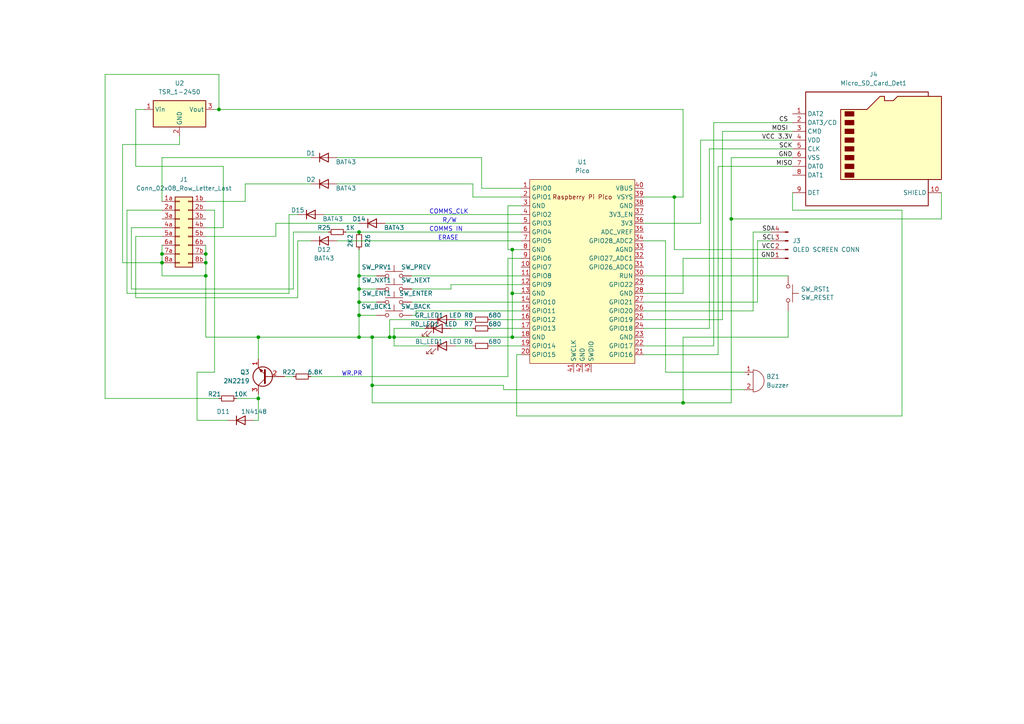
<source format=kicad_sch>
(kicad_sch (version 20230121) (generator eeschema)

  (uuid 24be1e86-cc83-4669-8c55-f41abaed0d99)

  (paper "A4")

  (lib_symbols
    (symbol "Connector:Conn_01x04_Male" (pin_names (offset 1.016) hide) (in_bom yes) (on_board yes)
      (property "Reference" "J" (at 0 5.08 0)
        (effects (font (size 1.27 1.27)))
      )
      (property "Value" "Conn_01x04_Male" (at 0 -7.62 0)
        (effects (font (size 1.27 1.27)))
      )
      (property "Footprint" "" (at 0 0 0)
        (effects (font (size 1.27 1.27)) hide)
      )
      (property "Datasheet" "~" (at 0 0 0)
        (effects (font (size 1.27 1.27)) hide)
      )
      (property "ki_keywords" "connector" (at 0 0 0)
        (effects (font (size 1.27 1.27)) hide)
      )
      (property "ki_description" "Generic connector, single row, 01x04, script generated (kicad-library-utils/schlib/autogen/connector/)" (at 0 0 0)
        (effects (font (size 1.27 1.27)) hide)
      )
      (property "ki_fp_filters" "Connector*:*_1x??_*" (at 0 0 0)
        (effects (font (size 1.27 1.27)) hide)
      )
      (symbol "Conn_01x04_Male_1_1"
        (polyline
          (pts
            (xy 1.27 -5.08)
            (xy 0.8636 -5.08)
          )
          (stroke (width 0.1524) (type default))
          (fill (type none))
        )
        (polyline
          (pts
            (xy 1.27 -2.54)
            (xy 0.8636 -2.54)
          )
          (stroke (width 0.1524) (type default))
          (fill (type none))
        )
        (polyline
          (pts
            (xy 1.27 0)
            (xy 0.8636 0)
          )
          (stroke (width 0.1524) (type default))
          (fill (type none))
        )
        (polyline
          (pts
            (xy 1.27 2.54)
            (xy 0.8636 2.54)
          )
          (stroke (width 0.1524) (type default))
          (fill (type none))
        )
        (rectangle (start 0.8636 -4.953) (end 0 -5.207)
          (stroke (width 0.1524) (type default))
          (fill (type outline))
        )
        (rectangle (start 0.8636 -2.413) (end 0 -2.667)
          (stroke (width 0.1524) (type default))
          (fill (type outline))
        )
        (rectangle (start 0.8636 0.127) (end 0 -0.127)
          (stroke (width 0.1524) (type default))
          (fill (type outline))
        )
        (rectangle (start 0.8636 2.667) (end 0 2.413)
          (stroke (width 0.1524) (type default))
          (fill (type outline))
        )
        (pin passive line (at 5.08 2.54 180) (length 3.81)
          (name "Pin_1" (effects (font (size 1.27 1.27))))
          (number "1" (effects (font (size 1.27 1.27))))
        )
        (pin passive line (at 5.08 0 180) (length 3.81)
          (name "Pin_2" (effects (font (size 1.27 1.27))))
          (number "2" (effects (font (size 1.27 1.27))))
        )
        (pin passive line (at 5.08 -2.54 180) (length 3.81)
          (name "Pin_3" (effects (font (size 1.27 1.27))))
          (number "3" (effects (font (size 1.27 1.27))))
        )
        (pin passive line (at 5.08 -5.08 180) (length 3.81)
          (name "Pin_4" (effects (font (size 1.27 1.27))))
          (number "4" (effects (font (size 1.27 1.27))))
        )
      )
    )
    (symbol "Connector:Micro_SD_Card_Det1" (in_bom yes) (on_board yes)
      (property "Reference" "J" (at -16.51 17.78 0)
        (effects (font (size 1.27 1.27)))
      )
      (property "Value" "Micro_SD_Card_Det1" (at 16.51 17.78 0)
        (effects (font (size 1.27 1.27)) (justify right))
      )
      (property "Footprint" "" (at 52.07 17.78 0)
        (effects (font (size 1.27 1.27)) hide)
      )
      (property "Datasheet" "https://datasheet.lcsc.com/lcsc/2110151630_XKB-Connectivity-XKTF-015-N_C381082.pdf" (at 0 2.54 0)
        (effects (font (size 1.27 1.27)) hide)
      )
      (property "ki_keywords" "connector SD microsd" (at 0 0 0)
        (effects (font (size 1.27 1.27)) hide)
      )
      (property "ki_description" "Micro SD Card Socket with one card detection pin" (at 0 0 0)
        (effects (font (size 1.27 1.27)) hide)
      )
      (property "ki_fp_filters" "microSD*" (at 0 0 0)
        (effects (font (size 1.27 1.27)) hide)
      )
      (symbol "Micro_SD_Card_Det1_0_1"
        (rectangle (start -7.62 -6.985) (end -5.08 -8.255)
          (stroke (width 0.254) (type default))
          (fill (type outline))
        )
        (rectangle (start -7.62 -4.445) (end -5.08 -5.715)
          (stroke (width 0.254) (type default))
          (fill (type outline))
        )
        (rectangle (start -7.62 -1.905) (end -5.08 -3.175)
          (stroke (width 0.254) (type default))
          (fill (type outline))
        )
        (rectangle (start -7.62 0.635) (end -5.08 -0.635)
          (stroke (width 0.254) (type default))
          (fill (type outline))
        )
        (rectangle (start -7.62 3.175) (end -5.08 1.905)
          (stroke (width 0.254) (type default))
          (fill (type outline))
        )
        (rectangle (start -7.62 5.715) (end -5.08 4.445)
          (stroke (width 0.254) (type default))
          (fill (type outline))
        )
        (rectangle (start -7.62 8.255) (end -5.08 6.985)
          (stroke (width 0.254) (type default))
          (fill (type outline))
        )
        (rectangle (start -7.62 10.795) (end -5.08 9.525)
          (stroke (width 0.254) (type default))
          (fill (type outline))
        )
        (polyline
          (pts
            (xy 16.51 15.24)
            (xy 16.51 16.51)
            (xy -19.05 16.51)
            (xy -19.05 -16.51)
            (xy 16.51 -16.51)
            (xy 16.51 -8.89)
          )
          (stroke (width 0.254) (type default))
          (fill (type none))
        )
        (polyline
          (pts
            (xy -8.89 -8.89)
            (xy -8.89 11.43)
            (xy -1.27 11.43)
            (xy 2.54 15.24)
            (xy 3.81 15.24)
            (xy 3.81 13.97)
            (xy 6.35 13.97)
            (xy 7.62 15.24)
            (xy 20.32 15.24)
            (xy 20.32 -8.89)
            (xy -8.89 -8.89)
          )
          (stroke (width 0.254) (type default))
          (fill (type background))
        )
      )
      (symbol "Micro_SD_Card_Det1_1_1"
        (pin bidirectional line (at -22.86 10.16 0) (length 3.81)
          (name "DAT2" (effects (font (size 1.27 1.27))))
          (number "1" (effects (font (size 1.27 1.27))))
        )
        (pin passive line (at 20.32 -12.7 180) (length 3.81)
          (name "SHIELD" (effects (font (size 1.27 1.27))))
          (number "10" (effects (font (size 1.27 1.27))))
        )
        (pin bidirectional line (at -22.86 7.62 0) (length 3.81)
          (name "DAT3/CD" (effects (font (size 1.27 1.27))))
          (number "2" (effects (font (size 1.27 1.27))))
        )
        (pin input line (at -22.86 5.08 0) (length 3.81)
          (name "CMD" (effects (font (size 1.27 1.27))))
          (number "3" (effects (font (size 1.27 1.27))))
        )
        (pin power_in line (at -22.86 2.54 0) (length 3.81)
          (name "VDD" (effects (font (size 1.27 1.27))))
          (number "4" (effects (font (size 1.27 1.27))))
        )
        (pin input line (at -22.86 0 0) (length 3.81)
          (name "CLK" (effects (font (size 1.27 1.27))))
          (number "5" (effects (font (size 1.27 1.27))))
        )
        (pin power_in line (at -22.86 -2.54 0) (length 3.81)
          (name "VSS" (effects (font (size 1.27 1.27))))
          (number "6" (effects (font (size 1.27 1.27))))
        )
        (pin bidirectional line (at -22.86 -5.08 0) (length 3.81)
          (name "DAT0" (effects (font (size 1.27 1.27))))
          (number "7" (effects (font (size 1.27 1.27))))
        )
        (pin bidirectional line (at -22.86 -7.62 0) (length 3.81)
          (name "DAT1" (effects (font (size 1.27 1.27))))
          (number "8" (effects (font (size 1.27 1.27))))
        )
        (pin passive line (at -22.86 -12.7 0) (length 3.81)
          (name "DET" (effects (font (size 1.27 1.27))))
          (number "9" (effects (font (size 1.27 1.27))))
        )
      )
    )
    (symbol "Connector_Generic:Conn_02x08_Row_Letter_Last" (pin_names (offset 1.016) hide) (in_bom yes) (on_board yes)
      (property "Reference" "J" (at 1.27 10.16 0)
        (effects (font (size 1.27 1.27)))
      )
      (property "Value" "Conn_02x08_Row_Letter_Last" (at 1.27 -12.7 0)
        (effects (font (size 1.27 1.27)))
      )
      (property "Footprint" "" (at 0 0 0)
        (effects (font (size 1.27 1.27)) hide)
      )
      (property "Datasheet" "~" (at 0 0 0)
        (effects (font (size 1.27 1.27)) hide)
      )
      (property "ki_keywords" "connector" (at 0 0 0)
        (effects (font (size 1.27 1.27)) hide)
      )
      (property "ki_description" "Generic connector, double row, 02x08, row letter last pin numbering scheme (pin number consists of a letter for the row and a number for the pin index in this row. 1a, ..., Na; 1b, ..., Nb)), script generated (kicad-library-utils/schlib/autogen/connector/)" (at 0 0 0)
        (effects (font (size 1.27 1.27)) hide)
      )
      (property "ki_fp_filters" "Connector*:*_2x??_*" (at 0 0 0)
        (effects (font (size 1.27 1.27)) hide)
      )
      (symbol "Conn_02x08_Row_Letter_Last_1_1"
        (rectangle (start -1.27 -10.033) (end 0 -10.287)
          (stroke (width 0.1524) (type default))
          (fill (type none))
        )
        (rectangle (start -1.27 -7.493) (end 0 -7.747)
          (stroke (width 0.1524) (type default))
          (fill (type none))
        )
        (rectangle (start -1.27 -4.953) (end 0 -5.207)
          (stroke (width 0.1524) (type default))
          (fill (type none))
        )
        (rectangle (start -1.27 -2.413) (end 0 -2.667)
          (stroke (width 0.1524) (type default))
          (fill (type none))
        )
        (rectangle (start -1.27 0.127) (end 0 -0.127)
          (stroke (width 0.1524) (type default))
          (fill (type none))
        )
        (rectangle (start -1.27 2.667) (end 0 2.413)
          (stroke (width 0.1524) (type default))
          (fill (type none))
        )
        (rectangle (start -1.27 5.207) (end 0 4.953)
          (stroke (width 0.1524) (type default))
          (fill (type none))
        )
        (rectangle (start -1.27 7.747) (end 0 7.493)
          (stroke (width 0.1524) (type default))
          (fill (type none))
        )
        (rectangle (start -1.27 8.89) (end 3.81 -11.43)
          (stroke (width 0.254) (type default))
          (fill (type background))
        )
        (rectangle (start 3.81 -10.033) (end 2.54 -10.287)
          (stroke (width 0.1524) (type default))
          (fill (type none))
        )
        (rectangle (start 3.81 -7.493) (end 2.54 -7.747)
          (stroke (width 0.1524) (type default))
          (fill (type none))
        )
        (rectangle (start 3.81 -4.953) (end 2.54 -5.207)
          (stroke (width 0.1524) (type default))
          (fill (type none))
        )
        (rectangle (start 3.81 -2.413) (end 2.54 -2.667)
          (stroke (width 0.1524) (type default))
          (fill (type none))
        )
        (rectangle (start 3.81 0.127) (end 2.54 -0.127)
          (stroke (width 0.1524) (type default))
          (fill (type none))
        )
        (rectangle (start 3.81 2.667) (end 2.54 2.413)
          (stroke (width 0.1524) (type default))
          (fill (type none))
        )
        (rectangle (start 3.81 5.207) (end 2.54 4.953)
          (stroke (width 0.1524) (type default))
          (fill (type none))
        )
        (rectangle (start 3.81 7.747) (end 2.54 7.493)
          (stroke (width 0.1524) (type default))
          (fill (type none))
        )
        (pin passive line (at -5.08 7.62 0) (length 3.81)
          (name "Pin_1a" (effects (font (size 1.27 1.27))))
          (number "1a" (effects (font (size 1.27 1.27))))
        )
        (pin passive line (at 7.62 7.62 180) (length 3.81)
          (name "Pin_1b" (effects (font (size 1.27 1.27))))
          (number "1b" (effects (font (size 1.27 1.27))))
        )
        (pin passive line (at -5.08 5.08 0) (length 3.81)
          (name "Pin_2a" (effects (font (size 1.27 1.27))))
          (number "2a" (effects (font (size 1.27 1.27))))
        )
        (pin passive line (at 7.62 5.08 180) (length 3.81)
          (name "Pin_2b" (effects (font (size 1.27 1.27))))
          (number "2b" (effects (font (size 1.27 1.27))))
        )
        (pin passive line (at -5.08 2.54 0) (length 3.81)
          (name "Pin_3a" (effects (font (size 1.27 1.27))))
          (number "3a" (effects (font (size 1.27 1.27))))
        )
        (pin passive line (at 7.62 2.54 180) (length 3.81)
          (name "Pin_3b" (effects (font (size 1.27 1.27))))
          (number "3b" (effects (font (size 1.27 1.27))))
        )
        (pin passive line (at -5.08 0 0) (length 3.81)
          (name "Pin_4a" (effects (font (size 1.27 1.27))))
          (number "4a" (effects (font (size 1.27 1.27))))
        )
        (pin passive line (at 7.62 0 180) (length 3.81)
          (name "Pin_4b" (effects (font (size 1.27 1.27))))
          (number "4b" (effects (font (size 1.27 1.27))))
        )
        (pin passive line (at -5.08 -2.54 0) (length 3.81)
          (name "Pin_5a" (effects (font (size 1.27 1.27))))
          (number "5a" (effects (font (size 1.27 1.27))))
        )
        (pin passive line (at 7.62 -2.54 180) (length 3.81)
          (name "Pin_5b" (effects (font (size 1.27 1.27))))
          (number "5b" (effects (font (size 1.27 1.27))))
        )
        (pin passive line (at -5.08 -5.08 0) (length 3.81)
          (name "Pin_6a" (effects (font (size 1.27 1.27))))
          (number "6a" (effects (font (size 1.27 1.27))))
        )
        (pin passive line (at 7.62 -5.08 180) (length 3.81)
          (name "Pin_6b" (effects (font (size 1.27 1.27))))
          (number "6b" (effects (font (size 1.27 1.27))))
        )
        (pin passive line (at -5.08 -7.62 0) (length 3.81)
          (name "Pin_7a" (effects (font (size 1.27 1.27))))
          (number "7a" (effects (font (size 1.27 1.27))))
        )
        (pin passive line (at 7.62 -7.62 180) (length 3.81)
          (name "Pin_7b" (effects (font (size 1.27 1.27))))
          (number "7b" (effects (font (size 1.27 1.27))))
        )
        (pin passive line (at -5.08 -10.16 0) (length 3.81)
          (name "Pin_8a" (effects (font (size 1.27 1.27))))
          (number "8a" (effects (font (size 1.27 1.27))))
        )
        (pin passive line (at 7.62 -10.16 180) (length 3.81)
          (name "Pin_8b" (effects (font (size 1.27 1.27))))
          (number "8b" (effects (font (size 1.27 1.27))))
        )
      )
    )
    (symbol "Device:Buzzer" (pin_names (offset 0.0254) hide) (in_bom yes) (on_board yes)
      (property "Reference" "BZ" (at 3.81 1.27 0)
        (effects (font (size 1.27 1.27)) (justify left))
      )
      (property "Value" "Buzzer" (at 3.81 -1.27 0)
        (effects (font (size 1.27 1.27)) (justify left))
      )
      (property "Footprint" "" (at -0.635 2.54 90)
        (effects (font (size 1.27 1.27)) hide)
      )
      (property "Datasheet" "~" (at -0.635 2.54 90)
        (effects (font (size 1.27 1.27)) hide)
      )
      (property "ki_keywords" "quartz resonator ceramic" (at 0 0 0)
        (effects (font (size 1.27 1.27)) hide)
      )
      (property "ki_description" "Buzzer, polarized" (at 0 0 0)
        (effects (font (size 1.27 1.27)) hide)
      )
      (property "ki_fp_filters" "*Buzzer*" (at 0 0 0)
        (effects (font (size 1.27 1.27)) hide)
      )
      (symbol "Buzzer_0_1"
        (arc (start 0 -3.175) (mid 3.1612 0) (end 0 3.175)
          (stroke (width 0) (type default))
          (fill (type none))
        )
        (polyline
          (pts
            (xy -1.651 1.905)
            (xy -1.143 1.905)
          )
          (stroke (width 0) (type default))
          (fill (type none))
        )
        (polyline
          (pts
            (xy -1.397 2.159)
            (xy -1.397 1.651)
          )
          (stroke (width 0) (type default))
          (fill (type none))
        )
        (polyline
          (pts
            (xy 0 3.175)
            (xy 0 -3.175)
          )
          (stroke (width 0) (type default))
          (fill (type none))
        )
      )
      (symbol "Buzzer_1_1"
        (pin passive line (at -2.54 2.54 0) (length 2.54)
          (name "-" (effects (font (size 1.27 1.27))))
          (number "1" (effects (font (size 1.27 1.27))))
        )
        (pin passive line (at -2.54 -2.54 0) (length 2.54)
          (name "+" (effects (font (size 1.27 1.27))))
          (number "2" (effects (font (size 1.27 1.27))))
        )
      )
    )
    (symbol "Device:LED" (pin_numbers hide) (pin_names (offset 1.016) hide) (in_bom yes) (on_board yes)
      (property "Reference" "D" (at 0 2.54 0)
        (effects (font (size 1.27 1.27)))
      )
      (property "Value" "LED" (at 0 -2.54 0)
        (effects (font (size 1.27 1.27)))
      )
      (property "Footprint" "" (at 0 0 0)
        (effects (font (size 1.27 1.27)) hide)
      )
      (property "Datasheet" "~" (at 0 0 0)
        (effects (font (size 1.27 1.27)) hide)
      )
      (property "ki_keywords" "LED diode" (at 0 0 0)
        (effects (font (size 1.27 1.27)) hide)
      )
      (property "ki_description" "Light emitting diode" (at 0 0 0)
        (effects (font (size 1.27 1.27)) hide)
      )
      (property "ki_fp_filters" "LED* LED_SMD:* LED_THT:*" (at 0 0 0)
        (effects (font (size 1.27 1.27)) hide)
      )
      (symbol "LED_0_1"
        (polyline
          (pts
            (xy -1.27 -1.27)
            (xy -1.27 1.27)
          )
          (stroke (width 0.254) (type default))
          (fill (type none))
        )
        (polyline
          (pts
            (xy -1.27 0)
            (xy 1.27 0)
          )
          (stroke (width 0) (type default))
          (fill (type none))
        )
        (polyline
          (pts
            (xy 1.27 -1.27)
            (xy 1.27 1.27)
            (xy -1.27 0)
            (xy 1.27 -1.27)
          )
          (stroke (width 0.254) (type default))
          (fill (type none))
        )
        (polyline
          (pts
            (xy -3.048 -0.762)
            (xy -4.572 -2.286)
            (xy -3.81 -2.286)
            (xy -4.572 -2.286)
            (xy -4.572 -1.524)
          )
          (stroke (width 0) (type default))
          (fill (type none))
        )
        (polyline
          (pts
            (xy -1.778 -0.762)
            (xy -3.302 -2.286)
            (xy -2.54 -2.286)
            (xy -3.302 -2.286)
            (xy -3.302 -1.524)
          )
          (stroke (width 0) (type default))
          (fill (type none))
        )
      )
      (symbol "LED_1_1"
        (pin passive line (at -3.81 0 0) (length 2.54)
          (name "K" (effects (font (size 1.27 1.27))))
          (number "1" (effects (font (size 1.27 1.27))))
        )
        (pin passive line (at 3.81 0 180) (length 2.54)
          (name "A" (effects (font (size 1.27 1.27))))
          (number "2" (effects (font (size 1.27 1.27))))
        )
      )
    )
    (symbol "Device:R_Small" (pin_numbers hide) (pin_names (offset 0.254) hide) (in_bom yes) (on_board yes)
      (property "Reference" "R" (at 0.762 0.508 0)
        (effects (font (size 1.27 1.27)) (justify left))
      )
      (property "Value" "R_Small" (at 0.762 -1.016 0)
        (effects (font (size 1.27 1.27)) (justify left))
      )
      (property "Footprint" "" (at 0 0 0)
        (effects (font (size 1.27 1.27)) hide)
      )
      (property "Datasheet" "~" (at 0 0 0)
        (effects (font (size 1.27 1.27)) hide)
      )
      (property "ki_keywords" "R resistor" (at 0 0 0)
        (effects (font (size 1.27 1.27)) hide)
      )
      (property "ki_description" "Resistor, small symbol" (at 0 0 0)
        (effects (font (size 1.27 1.27)) hide)
      )
      (property "ki_fp_filters" "R_*" (at 0 0 0)
        (effects (font (size 1.27 1.27)) hide)
      )
      (symbol "R_Small_0_1"
        (rectangle (start -0.762 1.778) (end 0.762 -1.778)
          (stroke (width 0.2032) (type default))
          (fill (type none))
        )
      )
      (symbol "R_Small_1_1"
        (pin passive line (at 0 2.54 270) (length 0.762)
          (name "~" (effects (font (size 1.27 1.27))))
          (number "1" (effects (font (size 1.27 1.27))))
        )
        (pin passive line (at 0 -2.54 90) (length 0.762)
          (name "~" (effects (font (size 1.27 1.27))))
          (number "2" (effects (font (size 1.27 1.27))))
        )
      )
    )
    (symbol "Diode:1N4148" (pin_numbers hide) (pin_names (offset 1.016) hide) (in_bom yes) (on_board yes)
      (property "Reference" "D" (at 0 2.54 0)
        (effects (font (size 1.27 1.27)))
      )
      (property "Value" "1N4148" (at 0 -2.54 0)
        (effects (font (size 1.27 1.27)))
      )
      (property "Footprint" "Diode_THT:D_DO-35_SOD27_P7.62mm_Horizontal" (at 0 -4.445 0)
        (effects (font (size 1.27 1.27)) hide)
      )
      (property "Datasheet" "https://assets.nexperia.com/documents/data-sheet/1N4148_1N4448.pdf" (at 0 0 0)
        (effects (font (size 1.27 1.27)) hide)
      )
      (property "ki_keywords" "diode" (at 0 0 0)
        (effects (font (size 1.27 1.27)) hide)
      )
      (property "ki_description" "100V 0.15A standard switching diode, DO-35" (at 0 0 0)
        (effects (font (size 1.27 1.27)) hide)
      )
      (property "ki_fp_filters" "D*DO?35*" (at 0 0 0)
        (effects (font (size 1.27 1.27)) hide)
      )
      (symbol "1N4148_0_1"
        (polyline
          (pts
            (xy -1.27 1.27)
            (xy -1.27 -1.27)
          )
          (stroke (width 0.254) (type default))
          (fill (type none))
        )
        (polyline
          (pts
            (xy 1.27 0)
            (xy -1.27 0)
          )
          (stroke (width 0) (type default))
          (fill (type none))
        )
        (polyline
          (pts
            (xy 1.27 1.27)
            (xy 1.27 -1.27)
            (xy -1.27 0)
            (xy 1.27 1.27)
          )
          (stroke (width 0.254) (type default))
          (fill (type none))
        )
      )
      (symbol "1N4148_1_1"
        (pin passive line (at -3.81 0 0) (length 2.54)
          (name "K" (effects (font (size 1.27 1.27))))
          (number "1" (effects (font (size 1.27 1.27))))
        )
        (pin passive line (at 3.81 0 180) (length 2.54)
          (name "A" (effects (font (size 1.27 1.27))))
          (number "2" (effects (font (size 1.27 1.27))))
        )
      )
    )
    (symbol "MCU_RaspberryPi_and_Boards:Pico" (in_bom yes) (on_board yes)
      (property "Reference" "U" (at -13.97 27.94 0)
        (effects (font (size 1.27 1.27)))
      )
      (property "Value" "Pico" (at 0 19.05 0)
        (effects (font (size 1.27 1.27)))
      )
      (property "Footprint" "RPi_Pico:RPi_Pico_SMD_TH" (at 0 0 90)
        (effects (font (size 1.27 1.27)) hide)
      )
      (property "Datasheet" "" (at 0 0 0)
        (effects (font (size 1.27 1.27)) hide)
      )
      (symbol "Pico_0_0"
        (text "Raspberry Pi Pico" (at 0 21.59 0)
          (effects (font (size 1.27 1.27)))
        )
      )
      (symbol "Pico_0_1"
        (rectangle (start -15.24 26.67) (end 15.24 -26.67)
          (stroke (width 0) (type default))
          (fill (type background))
        )
      )
      (symbol "Pico_1_1"
        (pin bidirectional line (at -17.78 24.13 0) (length 2.54)
          (name "GPIO0" (effects (font (size 1.27 1.27))))
          (number "1" (effects (font (size 1.27 1.27))))
        )
        (pin bidirectional line (at -17.78 1.27 0) (length 2.54)
          (name "GPIO7" (effects (font (size 1.27 1.27))))
          (number "10" (effects (font (size 1.27 1.27))))
        )
        (pin bidirectional line (at -17.78 -1.27 0) (length 2.54)
          (name "GPIO8" (effects (font (size 1.27 1.27))))
          (number "11" (effects (font (size 1.27 1.27))))
        )
        (pin bidirectional line (at -17.78 -3.81 0) (length 2.54)
          (name "GPIO9" (effects (font (size 1.27 1.27))))
          (number "12" (effects (font (size 1.27 1.27))))
        )
        (pin power_in line (at -17.78 -6.35 0) (length 2.54)
          (name "GND" (effects (font (size 1.27 1.27))))
          (number "13" (effects (font (size 1.27 1.27))))
        )
        (pin bidirectional line (at -17.78 -8.89 0) (length 2.54)
          (name "GPIO10" (effects (font (size 1.27 1.27))))
          (number "14" (effects (font (size 1.27 1.27))))
        )
        (pin bidirectional line (at -17.78 -11.43 0) (length 2.54)
          (name "GPIO11" (effects (font (size 1.27 1.27))))
          (number "15" (effects (font (size 1.27 1.27))))
        )
        (pin bidirectional line (at -17.78 -13.97 0) (length 2.54)
          (name "GPIO12" (effects (font (size 1.27 1.27))))
          (number "16" (effects (font (size 1.27 1.27))))
        )
        (pin bidirectional line (at -17.78 -16.51 0) (length 2.54)
          (name "GPIO13" (effects (font (size 1.27 1.27))))
          (number "17" (effects (font (size 1.27 1.27))))
        )
        (pin power_in line (at -17.78 -19.05 0) (length 2.54)
          (name "GND" (effects (font (size 1.27 1.27))))
          (number "18" (effects (font (size 1.27 1.27))))
        )
        (pin bidirectional line (at -17.78 -21.59 0) (length 2.54)
          (name "GPIO14" (effects (font (size 1.27 1.27))))
          (number "19" (effects (font (size 1.27 1.27))))
        )
        (pin bidirectional line (at -17.78 21.59 0) (length 2.54)
          (name "GPIO1" (effects (font (size 1.27 1.27))))
          (number "2" (effects (font (size 1.27 1.27))))
        )
        (pin bidirectional line (at -17.78 -24.13 0) (length 2.54)
          (name "GPIO15" (effects (font (size 1.27 1.27))))
          (number "20" (effects (font (size 1.27 1.27))))
        )
        (pin bidirectional line (at 17.78 -24.13 180) (length 2.54)
          (name "GPIO16" (effects (font (size 1.27 1.27))))
          (number "21" (effects (font (size 1.27 1.27))))
        )
        (pin bidirectional line (at 17.78 -21.59 180) (length 2.54)
          (name "GPIO17" (effects (font (size 1.27 1.27))))
          (number "22" (effects (font (size 1.27 1.27))))
        )
        (pin power_in line (at 17.78 -19.05 180) (length 2.54)
          (name "GND" (effects (font (size 1.27 1.27))))
          (number "23" (effects (font (size 1.27 1.27))))
        )
        (pin bidirectional line (at 17.78 -16.51 180) (length 2.54)
          (name "GPIO18" (effects (font (size 1.27 1.27))))
          (number "24" (effects (font (size 1.27 1.27))))
        )
        (pin bidirectional line (at 17.78 -13.97 180) (length 2.54)
          (name "GPIO19" (effects (font (size 1.27 1.27))))
          (number "25" (effects (font (size 1.27 1.27))))
        )
        (pin bidirectional line (at 17.78 -11.43 180) (length 2.54)
          (name "GPIO20" (effects (font (size 1.27 1.27))))
          (number "26" (effects (font (size 1.27 1.27))))
        )
        (pin bidirectional line (at 17.78 -8.89 180) (length 2.54)
          (name "GPIO21" (effects (font (size 1.27 1.27))))
          (number "27" (effects (font (size 1.27 1.27))))
        )
        (pin power_in line (at 17.78 -6.35 180) (length 2.54)
          (name "GND" (effects (font (size 1.27 1.27))))
          (number "28" (effects (font (size 1.27 1.27))))
        )
        (pin bidirectional line (at 17.78 -3.81 180) (length 2.54)
          (name "GPIO22" (effects (font (size 1.27 1.27))))
          (number "29" (effects (font (size 1.27 1.27))))
        )
        (pin power_in line (at -17.78 19.05 0) (length 2.54)
          (name "GND" (effects (font (size 1.27 1.27))))
          (number "3" (effects (font (size 1.27 1.27))))
        )
        (pin input line (at 17.78 -1.27 180) (length 2.54)
          (name "RUN" (effects (font (size 1.27 1.27))))
          (number "30" (effects (font (size 1.27 1.27))))
        )
        (pin bidirectional line (at 17.78 1.27 180) (length 2.54)
          (name "GPIO26_ADC0" (effects (font (size 1.27 1.27))))
          (number "31" (effects (font (size 1.27 1.27))))
        )
        (pin bidirectional line (at 17.78 3.81 180) (length 2.54)
          (name "GPIO27_ADC1" (effects (font (size 1.27 1.27))))
          (number "32" (effects (font (size 1.27 1.27))))
        )
        (pin power_in line (at 17.78 6.35 180) (length 2.54)
          (name "AGND" (effects (font (size 1.27 1.27))))
          (number "33" (effects (font (size 1.27 1.27))))
        )
        (pin bidirectional line (at 17.78 8.89 180) (length 2.54)
          (name "GPIO28_ADC2" (effects (font (size 1.27 1.27))))
          (number "34" (effects (font (size 1.27 1.27))))
        )
        (pin power_in line (at 17.78 11.43 180) (length 2.54)
          (name "ADC_VREF" (effects (font (size 1.27 1.27))))
          (number "35" (effects (font (size 1.27 1.27))))
        )
        (pin power_in line (at 17.78 13.97 180) (length 2.54)
          (name "3V3" (effects (font (size 1.27 1.27))))
          (number "36" (effects (font (size 1.27 1.27))))
        )
        (pin input line (at 17.78 16.51 180) (length 2.54)
          (name "3V3_EN" (effects (font (size 1.27 1.27))))
          (number "37" (effects (font (size 1.27 1.27))))
        )
        (pin bidirectional line (at 17.78 19.05 180) (length 2.54)
          (name "GND" (effects (font (size 1.27 1.27))))
          (number "38" (effects (font (size 1.27 1.27))))
        )
        (pin power_in line (at 17.78 21.59 180) (length 2.54)
          (name "VSYS" (effects (font (size 1.27 1.27))))
          (number "39" (effects (font (size 1.27 1.27))))
        )
        (pin bidirectional line (at -17.78 16.51 0) (length 2.54)
          (name "GPIO2" (effects (font (size 1.27 1.27))))
          (number "4" (effects (font (size 1.27 1.27))))
        )
        (pin power_in line (at 17.78 24.13 180) (length 2.54)
          (name "VBUS" (effects (font (size 1.27 1.27))))
          (number "40" (effects (font (size 1.27 1.27))))
        )
        (pin input line (at -2.54 -29.21 90) (length 2.54)
          (name "SWCLK" (effects (font (size 1.27 1.27))))
          (number "41" (effects (font (size 1.27 1.27))))
        )
        (pin power_in line (at 0 -29.21 90) (length 2.54)
          (name "GND" (effects (font (size 1.27 1.27))))
          (number "42" (effects (font (size 1.27 1.27))))
        )
        (pin bidirectional line (at 2.54 -29.21 90) (length 2.54)
          (name "SWDIO" (effects (font (size 1.27 1.27))))
          (number "43" (effects (font (size 1.27 1.27))))
        )
        (pin bidirectional line (at -17.78 13.97 0) (length 2.54)
          (name "GPIO3" (effects (font (size 1.27 1.27))))
          (number "5" (effects (font (size 1.27 1.27))))
        )
        (pin bidirectional line (at -17.78 11.43 0) (length 2.54)
          (name "GPIO4" (effects (font (size 1.27 1.27))))
          (number "6" (effects (font (size 1.27 1.27))))
        )
        (pin bidirectional line (at -17.78 8.89 0) (length 2.54)
          (name "GPIO5" (effects (font (size 1.27 1.27))))
          (number "7" (effects (font (size 1.27 1.27))))
        )
        (pin power_in line (at -17.78 6.35 0) (length 2.54)
          (name "GND" (effects (font (size 1.27 1.27))))
          (number "8" (effects (font (size 1.27 1.27))))
        )
        (pin bidirectional line (at -17.78 3.81 0) (length 2.54)
          (name "GPIO6" (effects (font (size 1.27 1.27))))
          (number "9" (effects (font (size 1.27 1.27))))
        )
      )
    )
    (symbol "Regulator_Switching:TSR_1-2450" (in_bom yes) (on_board yes)
      (property "Reference" "U" (at -7.62 6.35 0)
        (effects (font (size 1.27 1.27)) (justify left))
      )
      (property "Value" "TSR_1-2450" (at -1.27 6.35 0)
        (effects (font (size 1.27 1.27)) (justify left))
      )
      (property "Footprint" "Converter_DCDC:Converter_DCDC_TRACO_TSR-1_THT" (at 0 -3.81 0)
        (effects (font (size 1.27 1.27) italic) (justify left) hide)
      )
      (property "Datasheet" "http://www.tracopower.com/products/tsr1.pdf" (at 0 0 0)
        (effects (font (size 1.27 1.27)) hide)
      )
      (property "ki_keywords" "dc-dc traco buck" (at 0 0 0)
        (effects (font (size 1.27 1.27)) hide)
      )
      (property "ki_description" "1A step-down regulator module, fixed 5V output voltage, 5-36V input voltage, -40°C to +85°C temperature range, TO-220 compatible LM78xx replacement" (at 0 0 0)
        (effects (font (size 1.27 1.27)) hide)
      )
      (property "ki_fp_filters" "Converter*DCDC*TRACO*TSR?1*" (at 0 0 0)
        (effects (font (size 1.27 1.27)) hide)
      )
      (symbol "TSR_1-2450_0_1"
        (rectangle (start -7.62 5.08) (end 7.62 -2.54)
          (stroke (width 0.254) (type default))
          (fill (type background))
        )
      )
      (symbol "TSR_1-2450_1_1"
        (pin power_in line (at -10.16 2.54 0) (length 2.54)
          (name "Vin" (effects (font (size 1.27 1.27))))
          (number "1" (effects (font (size 1.27 1.27))))
        )
        (pin power_in line (at 0 -5.08 90) (length 2.54)
          (name "GND" (effects (font (size 1.27 1.27))))
          (number "2" (effects (font (size 1.27 1.27))))
        )
        (pin power_out line (at 10.16 2.54 180) (length 2.54)
          (name "Vout" (effects (font (size 1.27 1.27))))
          (number "3" (effects (font (size 1.27 1.27))))
        )
      )
    )
    (symbol "Switch:SW_Push" (pin_numbers hide) (pin_names (offset 1.016) hide) (in_bom yes) (on_board yes)
      (property "Reference" "SW" (at 1.27 2.54 0)
        (effects (font (size 1.27 1.27)) (justify left))
      )
      (property "Value" "SW_Push" (at 0 -1.524 0)
        (effects (font (size 1.27 1.27)))
      )
      (property "Footprint" "" (at 0 5.08 0)
        (effects (font (size 1.27 1.27)) hide)
      )
      (property "Datasheet" "~" (at 0 5.08 0)
        (effects (font (size 1.27 1.27)) hide)
      )
      (property "ki_keywords" "switch normally-open pushbutton push-button" (at 0 0 0)
        (effects (font (size 1.27 1.27)) hide)
      )
      (property "ki_description" "Push button switch, generic, two pins" (at 0 0 0)
        (effects (font (size 1.27 1.27)) hide)
      )
      (symbol "SW_Push_0_1"
        (circle (center -2.032 0) (radius 0.508)
          (stroke (width 0) (type default))
          (fill (type none))
        )
        (polyline
          (pts
            (xy 0 1.27)
            (xy 0 3.048)
          )
          (stroke (width 0) (type default))
          (fill (type none))
        )
        (polyline
          (pts
            (xy 2.54 1.27)
            (xy -2.54 1.27)
          )
          (stroke (width 0) (type default))
          (fill (type none))
        )
        (circle (center 2.032 0) (radius 0.508)
          (stroke (width 0) (type default))
          (fill (type none))
        )
        (pin passive line (at -5.08 0 0) (length 2.54)
          (name "1" (effects (font (size 1.27 1.27))))
          (number "1" (effects (font (size 1.27 1.27))))
        )
        (pin passive line (at 5.08 0 180) (length 2.54)
          (name "2" (effects (font (size 1.27 1.27))))
          (number "2" (effects (font (size 1.27 1.27))))
        )
      )
    )
    (symbol "Transistor_BJT:2N2219" (pin_names (offset 0) hide) (in_bom yes) (on_board yes)
      (property "Reference" "Q" (at 5.08 1.905 0)
        (effects (font (size 1.27 1.27)) (justify left))
      )
      (property "Value" "2N2219" (at 5.08 0 0)
        (effects (font (size 1.27 1.27)) (justify left))
      )
      (property "Footprint" "Package_TO_SOT_THT:TO-39-3" (at 5.08 -1.905 0)
        (effects (font (size 1.27 1.27) italic) (justify left) hide)
      )
      (property "Datasheet" "http://www.onsemi.com/pub_link/Collateral/2N2219-D.PDF" (at 0 0 0)
        (effects (font (size 1.27 1.27)) (justify left) hide)
      )
      (property "ki_keywords" "NPN Transistor" (at 0 0 0)
        (effects (font (size 1.27 1.27)) hide)
      )
      (property "ki_description" "800mA Ic, 50V Vce, NPN Transistor, TO-39" (at 0 0 0)
        (effects (font (size 1.27 1.27)) hide)
      )
      (property "ki_fp_filters" "TO?39*" (at 0 0 0)
        (effects (font (size 1.27 1.27)) hide)
      )
      (symbol "2N2219_0_1"
        (polyline
          (pts
            (xy 0.635 0.635)
            (xy 2.54 2.54)
          )
          (stroke (width 0) (type default))
          (fill (type none))
        )
        (polyline
          (pts
            (xy 0.635 -0.635)
            (xy 2.54 -2.54)
            (xy 2.54 -2.54)
          )
          (stroke (width 0) (type default))
          (fill (type none))
        )
        (polyline
          (pts
            (xy 0.635 1.905)
            (xy 0.635 -1.905)
            (xy 0.635 -1.905)
          )
          (stroke (width 0.508) (type default))
          (fill (type none))
        )
        (polyline
          (pts
            (xy 1.27 -1.778)
            (xy 1.778 -1.27)
            (xy 2.286 -2.286)
            (xy 1.27 -1.778)
            (xy 1.27 -1.778)
          )
          (stroke (width 0) (type default))
          (fill (type outline))
        )
        (circle (center 1.27 0) (radius 2.8194)
          (stroke (width 0.254) (type default))
          (fill (type none))
        )
      )
      (symbol "2N2219_1_1"
        (pin passive line (at 2.54 -5.08 90) (length 2.54)
          (name "E" (effects (font (size 1.27 1.27))))
          (number "1" (effects (font (size 1.27 1.27))))
        )
        (pin passive line (at -5.08 0 0) (length 5.715)
          (name "B" (effects (font (size 1.27 1.27))))
          (number "2" (effects (font (size 1.27 1.27))))
        )
        (pin passive line (at 2.54 5.08 270) (length 2.54)
          (name "C" (effects (font (size 1.27 1.27))))
          (number "3" (effects (font (size 1.27 1.27))))
        )
      )
    )
  )

  (junction (at 104.14 67.31) (diameter 0) (color 0 0 0 0)
    (uuid 0559ecdc-f132-4453-a5ee-934a7f2064f5)
  )
  (junction (at 104.14 80.01) (diameter 0) (color 0 0 0 0)
    (uuid 0ce425d0-29e8-44ac-a349-3346d00cfb66)
  )
  (junction (at 212.09 63.5) (diameter 0) (color 0 0 0 0)
    (uuid 12625e50-67b5-4647-80d2-dd024752b4a8)
  )
  (junction (at 198.12 116.84) (diameter 0) (color 0 0 0 0)
    (uuid 1d761fca-95b7-43bf-972d-3e5ef51985f2)
  )
  (junction (at 46.99 76.2) (diameter 0) (color 0 0 0 0)
    (uuid 2de54a65-0bad-460d-9765-8f10cfb56a6c)
  )
  (junction (at 148.59 85.09) (diameter 0) (color 0 0 0 0)
    (uuid 32a31b06-a793-49d8-bae4-4a31c9fb34df)
  )
  (junction (at 46.99 73.66) (diameter 0) (color 0 0 0 0)
    (uuid 332922e8-a81c-42dc-8a99-9ad227c5a3a0)
  )
  (junction (at 113.03 97.79) (diameter 0) (color 0 0 0 0)
    (uuid 3e295ed1-9309-4fcc-b9b1-0df800ef4747)
  )
  (junction (at 114.3 97.79) (diameter 0) (color 0 0 0 0)
    (uuid 3e9d4c48-b81a-4685-848c-0a7525273b99)
  )
  (junction (at 195.58 57.15) (diameter 0) (color 0 0 0 0)
    (uuid 4038edc2-9321-471e-8428-e427cc99f6d3)
  )
  (junction (at 148.59 72.39) (diameter 0) (color 0 0 0 0)
    (uuid 5c498ddb-f8c2-4ec6-8ce4-b878892938b2)
  )
  (junction (at 59.69 73.66) (diameter 0) (color 0 0 0 0)
    (uuid 5e52e15e-bfd9-4275-80b6-ac15b8a08fe0)
  )
  (junction (at 74.93 97.79) (diameter 0) (color 0 0 0 0)
    (uuid 65bb52bd-cbc6-423c-8b22-a6c1a840157a)
  )
  (junction (at 148.59 97.79) (diameter 0) (color 0 0 0 0)
    (uuid 66e0a6a2-1276-45b1-9921-59d5603eece1)
  )
  (junction (at 104.14 87.63) (diameter 0) (color 0 0 0 0)
    (uuid 7637ea3a-d488-4d64-b778-94c1de7bc1a9)
  )
  (junction (at 104.14 97.79) (diameter 0) (color 0 0 0 0)
    (uuid 907f4f47-dee4-46d8-a373-81ce03e1e207)
  )
  (junction (at 74.93 115.57) (diameter 0) (color 0 0 0 0)
    (uuid 9746940f-7516-4ff3-ab52-fc51a80e8e84)
  )
  (junction (at 104.14 91.44) (diameter 0) (color 0 0 0 0)
    (uuid a92fbedb-eebc-4691-879b-687aec5209a4)
  )
  (junction (at 59.69 76.2) (diameter 0) (color 0 0 0 0)
    (uuid aa37900a-fa5a-43c4-b6eb-2b3ceacb35fd)
  )
  (junction (at 63.5 31.75) (diameter 0) (color 0 0 0 0)
    (uuid ac16a732-b24b-4cbf-95a0-db9254377daa)
  )
  (junction (at 107.95 97.79) (diameter 0) (color 0 0 0 0)
    (uuid ae74448b-120e-4579-ae8c-4802fd49ea0f)
  )
  (junction (at 104.14 83.82) (diameter 0) (color 0 0 0 0)
    (uuid b0f18ab0-ba89-45d3-a742-8bf81b791b4f)
  )
  (junction (at 107.95 111.76) (diameter 0) (color 0 0 0 0)
    (uuid db9880a9-18b6-4623-a688-bc974acddc34)
  )
  (junction (at 59.69 80.01) (diameter 0) (color 0 0 0 0)
    (uuid e9f1b971-582e-43c9-8e48-74e7ecba5d66)
  )

  (wire (pts (xy 97.79 69.85) (xy 151.13 69.85))
    (stroke (width 0) (type default))
    (uuid 020941aa-981d-4cd6-a19b-01c3e04e510d)
  )
  (wire (pts (xy 46.99 58.42) (xy 46.99 45.72))
    (stroke (width 0) (type default))
    (uuid 02f95c07-3ce2-4f35-9cd8-dab73003bc99)
  )
  (wire (pts (xy 62.23 31.75) (xy 63.5 31.75))
    (stroke (width 0) (type default))
    (uuid 077a8cee-b23f-4957-801a-aa35b59f1997)
  )
  (wire (pts (xy 186.69 69.85) (xy 193.04 69.85))
    (stroke (width 0) (type default))
    (uuid 0c472135-b873-4f7b-985a-3c7b63da0b5a)
  )
  (wire (pts (xy 59.69 71.12) (xy 59.69 73.66))
    (stroke (width 0) (type default))
    (uuid 0c8e6c7b-326e-40ad-aeff-c975a6059278)
  )
  (wire (pts (xy 120.65 90.17) (xy 151.13 90.17))
    (stroke (width 0) (type default))
    (uuid 0ce34bf7-f1ff-4a48-b6ef-8f529f7c4cef)
  )
  (wire (pts (xy 85.09 83.82) (xy 85.09 67.31))
    (stroke (width 0) (type default))
    (uuid 0daafb16-9fc7-4ef0-a5e4-abfb9c6727cd)
  )
  (wire (pts (xy 212.09 63.5) (xy 212.09 116.84))
    (stroke (width 0) (type default))
    (uuid 12881b54-ece8-444c-82d4-624ceebe0f74)
  )
  (wire (pts (xy 193.04 69.85) (xy 193.04 107.95))
    (stroke (width 0) (type default))
    (uuid 12998f35-8bd3-4dcc-99aa-033bc9c0c296)
  )
  (wire (pts (xy 93.98 62.23) (xy 151.13 62.23))
    (stroke (width 0) (type default))
    (uuid 1507a1f0-44cb-416f-bd63-338133d82c68)
  )
  (wire (pts (xy 142.24 95.25) (xy 151.13 95.25))
    (stroke (width 0) (type default))
    (uuid 15ecaf2d-7d18-4574-8040-4aaf20294dbf)
  )
  (wire (pts (xy 139.7 54.61) (xy 139.7 45.72))
    (stroke (width 0) (type default))
    (uuid 16eb7550-aac1-44f1-a97f-2f60ee96640b)
  )
  (wire (pts (xy 59.69 60.96) (xy 62.23 60.96))
    (stroke (width 0) (type default))
    (uuid 1771d907-49a1-4207-a648-e6826d0c1ef0)
  )
  (wire (pts (xy 104.14 91.44) (xy 104.14 97.79))
    (stroke (width 0) (type default))
    (uuid 1a040f11-dd46-4db5-b8a6-cf7b17c0d3d6)
  )
  (wire (pts (xy 207.01 35.56) (xy 229.87 35.56))
    (stroke (width 0) (type default))
    (uuid 2032092b-0400-4957-b2d4-30708cb1ee6c)
  )
  (wire (pts (xy 74.93 115.57) (xy 74.93 114.3))
    (stroke (width 0) (type default))
    (uuid 218a2ff9-4062-459d-ba30-f34e85f46f20)
  )
  (wire (pts (xy 147.32 74.93) (xy 147.32 109.22))
    (stroke (width 0) (type default))
    (uuid 23a7bf2e-f5c2-4555-a037-8acaadfb40ca)
  )
  (wire (pts (xy 186.69 87.63) (xy 219.71 87.63))
    (stroke (width 0) (type default))
    (uuid 24c022d2-1f8d-4317-9285-7c0fce5a9974)
  )
  (wire (pts (xy 39.37 68.58) (xy 39.37 86.36))
    (stroke (width 0) (type default))
    (uuid 31f77c8a-6128-4329-8133-d90ee0e174a0)
  )
  (wire (pts (xy 104.14 87.63) (xy 104.14 91.44))
    (stroke (width 0) (type default))
    (uuid 3321f81c-c671-4323-a04e-859bafcf2c06)
  )
  (wire (pts (xy 46.99 45.72) (xy 90.17 45.72))
    (stroke (width 0) (type default))
    (uuid 34aab32c-d438-4087-8ad9-ff395688207b)
  )
  (wire (pts (xy 261.62 120.65) (xy 261.62 60.96))
    (stroke (width 0) (type default))
    (uuid 35f17b4d-3be3-4dc7-aa09-c71e37eccc8d)
  )
  (wire (pts (xy 130.81 95.25) (xy 137.16 95.25))
    (stroke (width 0) (type default))
    (uuid 37676788-115a-42b9-920d-533f9f14c041)
  )
  (wire (pts (xy 62.23 60.96) (xy 62.23 107.95))
    (stroke (width 0) (type default))
    (uuid 3a6001a2-a2c9-42d1-b955-e19c6fd12e41)
  )
  (wire (pts (xy 147.32 59.69) (xy 147.32 72.39))
    (stroke (width 0) (type default))
    (uuid 3aaf0152-7a8d-4702-86f7-8c1a227099ff)
  )
  (wire (pts (xy 209.55 92.71) (xy 186.69 92.71))
    (stroke (width 0) (type default))
    (uuid 3d66bb47-d868-4477-8ed4-d116f978dde6)
  )
  (wire (pts (xy 104.14 91.44) (xy 109.22 91.44))
    (stroke (width 0) (type default))
    (uuid 401ac262-c78e-48ef-8f3a-c3606ec58818)
  )
  (wire (pts (xy 107.95 111.76) (xy 146.05 111.76))
    (stroke (width 0) (type default))
    (uuid 44866b9c-0a98-419d-97ce-ab93421b67e4)
  )
  (wire (pts (xy 207.01 35.56) (xy 207.01 100.33))
    (stroke (width 0) (type default))
    (uuid 452094bd-a4dd-4420-a97c-b95414cca74d)
  )
  (wire (pts (xy 130.81 82.55) (xy 151.13 82.55))
    (stroke (width 0) (type default))
    (uuid 45442bac-7868-4ac6-b0eb-703a59dd710d)
  )
  (wire (pts (xy 83.82 62.23) (xy 86.36 62.23))
    (stroke (width 0) (type default))
    (uuid 45bf29ec-bc9c-4999-9bb1-57a8ab28e001)
  )
  (wire (pts (xy 146.05 113.03) (xy 215.9 113.03))
    (stroke (width 0) (type default))
    (uuid 487feb98-a14d-497b-82a2-5bd9f28ef65e)
  )
  (wire (pts (xy 86.36 86.36) (xy 86.36 69.85))
    (stroke (width 0) (type default))
    (uuid 48ef65fc-af30-4877-8c71-53e5c3ab0849)
  )
  (wire (pts (xy 113.03 92.71) (xy 113.03 97.79))
    (stroke (width 0) (type default))
    (uuid 4959a332-d1c4-4d77-b60f-7cfe4144fd5c)
  )
  (wire (pts (xy 149.86 102.87) (xy 151.13 102.87))
    (stroke (width 0) (type default))
    (uuid 4a70d657-c188-44ae-a0de-a14dfcc79bd1)
  )
  (wire (pts (xy 151.13 59.69) (xy 147.32 59.69))
    (stroke (width 0) (type default))
    (uuid 4bfc8f68-9e24-4af6-b3a3-c6d179c88547)
  )
  (wire (pts (xy 46.99 73.66) (xy 46.99 76.2))
    (stroke (width 0) (type default))
    (uuid 4cd7e0fe-c8dc-4a8c-b2b0-d9b4b4326039)
  )
  (wire (pts (xy 119.38 87.63) (xy 151.13 87.63))
    (stroke (width 0) (type default))
    (uuid 4de7ed0e-6005-4621-a880-07884659ce4a)
  )
  (wire (pts (xy 186.69 95.25) (xy 205.74 95.25))
    (stroke (width 0) (type default))
    (uuid 50868244-9598-41c4-9247-1a55528bc4a8)
  )
  (wire (pts (xy 119.38 83.82) (xy 130.81 83.82))
    (stroke (width 0) (type default))
    (uuid 51f76686-b329-42a2-b5ad-5114c8807dee)
  )
  (wire (pts (xy 83.82 85.09) (xy 83.82 62.23))
    (stroke (width 0) (type default))
    (uuid 533e9818-161f-4d17-a268-00924d0722e7)
  )
  (wire (pts (xy 137.16 57.15) (xy 151.13 57.15))
    (stroke (width 0) (type default))
    (uuid 543fa3ff-950c-4833-87ec-47639ac5ece2)
  )
  (wire (pts (xy 209.55 38.1) (xy 229.87 38.1))
    (stroke (width 0) (type default))
    (uuid 570e024c-9b49-422d-a11d-7687716a6ecd)
  )
  (wire (pts (xy 74.93 97.79) (xy 104.14 97.79))
    (stroke (width 0) (type default))
    (uuid 57963448-e3e5-47f0-81ac-a4e5bd99365f)
  )
  (wire (pts (xy 104.14 67.31) (xy 151.13 67.31))
    (stroke (width 0) (type default))
    (uuid 5940c95b-c054-4d44-b9e0-20e1218214d1)
  )
  (wire (pts (xy 119.38 91.44) (xy 120.65 91.44))
    (stroke (width 0) (type default))
    (uuid 5a1f3775-82a9-41ff-b861-54f956815e3e)
  )
  (wire (pts (xy 74.93 97.79) (xy 74.93 104.14))
    (stroke (width 0) (type default))
    (uuid 5b89d57f-2599-407a-b185-cfabb152b1c6)
  )
  (wire (pts (xy 38.1 83.82) (xy 85.09 83.82))
    (stroke (width 0) (type default))
    (uuid 5c1cc129-319c-4903-9bae-9577b8dd06bd)
  )
  (wire (pts (xy 114.3 97.79) (xy 148.59 97.79))
    (stroke (width 0) (type default))
    (uuid 5c245e20-d6f8-40e8-92c5-9316ff1fe035)
  )
  (wire (pts (xy 142.24 100.33) (xy 151.13 100.33))
    (stroke (width 0) (type default))
    (uuid 5d054a1c-9801-45f4-a5ce-3ce76661202b)
  )
  (wire (pts (xy 273.05 55.88) (xy 273.05 63.5))
    (stroke (width 0) (type default))
    (uuid 5d7465df-78ef-4791-a540-c68d9d6643dd)
  )
  (wire (pts (xy 80.01 64.77) (xy 104.14 64.77))
    (stroke (width 0) (type default))
    (uuid 5dc3ee08-29df-4429-89f0-15177aff0ca1)
  )
  (wire (pts (xy 104.14 83.82) (xy 104.14 87.63))
    (stroke (width 0) (type default))
    (uuid 5dd66eea-5494-472c-9237-0dd2718cf807)
  )
  (wire (pts (xy 198.12 97.79) (xy 198.12 116.84))
    (stroke (width 0) (type default))
    (uuid 5fe3d304-959d-4513-b6d4-e4767ad8a9d9)
  )
  (wire (pts (xy 36.83 85.09) (xy 83.82 85.09))
    (stroke (width 0) (type default))
    (uuid 60b59662-3d4a-410b-870d-057b7b32dcfb)
  )
  (wire (pts (xy 46.99 71.12) (xy 46.99 73.66))
    (stroke (width 0) (type default))
    (uuid 60fabe2e-c18d-4d49-8460-7dcfca564713)
  )
  (wire (pts (xy 82.55 109.22) (xy 85.09 109.22))
    (stroke (width 0) (type default))
    (uuid 62b91b8f-188d-4fe1-bbf9-efcc927acd96)
  )
  (wire (pts (xy 57.15 107.95) (xy 57.15 121.92))
    (stroke (width 0) (type default))
    (uuid 638bde23-d890-4fb2-90c9-7de0e31d26dc)
  )
  (wire (pts (xy 198.12 97.79) (xy 228.6 97.79))
    (stroke (width 0) (type default))
    (uuid 646cbadb-b1e3-4f3d-b836-1d0a4642fad3)
  )
  (wire (pts (xy 107.95 116.84) (xy 198.12 116.84))
    (stroke (width 0) (type default))
    (uuid 6474dc64-83c0-4852-a2b5-4f3757db0a19)
  )
  (wire (pts (xy 46.99 68.58) (xy 39.37 68.58))
    (stroke (width 0) (type default))
    (uuid 66a72068-12e2-4d40-9198-991eea7b08df)
  )
  (wire (pts (xy 148.59 85.09) (xy 148.59 97.79))
    (stroke (width 0) (type default))
    (uuid 67a8fd34-dafa-4b1a-8a93-396d125e78d2)
  )
  (wire (pts (xy 63.5 21.59) (xy 30.48 21.59))
    (stroke (width 0) (type default))
    (uuid 67f7c7e2-0a64-4171-a682-a58f674ffadf)
  )
  (wire (pts (xy 142.24 92.71) (xy 151.13 92.71))
    (stroke (width 0) (type default))
    (uuid 68a4cabd-b82b-4bcb-a2c6-4d06851e61a5)
  )
  (wire (pts (xy 74.93 115.57) (xy 74.93 121.92))
    (stroke (width 0) (type default))
    (uuid 69ab8203-2b56-4cb1-b218-5e69dc772607)
  )
  (wire (pts (xy 107.95 97.79) (xy 113.03 97.79))
    (stroke (width 0) (type default))
    (uuid 69c76291-8d9f-461e-a1e0-dfa56090b59c)
  )
  (wire (pts (xy 205.74 43.18) (xy 205.74 95.25))
    (stroke (width 0) (type default))
    (uuid 6b3f6b51-af49-45a5-a3b1-5a728c9895f7)
  )
  (wire (pts (xy 85.09 67.31) (xy 95.25 67.31))
    (stroke (width 0) (type default))
    (uuid 6d31406a-2c05-403f-b8ae-13785afd4987)
  )
  (wire (pts (xy 59.69 76.2) (xy 59.69 80.01))
    (stroke (width 0) (type default))
    (uuid 6de9ea6e-cd2d-4518-9c27-f1fea1df4e96)
  )
  (wire (pts (xy 74.93 121.92) (xy 73.66 121.92))
    (stroke (width 0) (type default))
    (uuid 6ea8b555-be8d-4be1-978a-237adbb2ecd6)
  )
  (wire (pts (xy 52.07 39.37) (xy 52.07 41.91))
    (stroke (width 0) (type default))
    (uuid 6f60c61d-b904-46c1-9cec-f20f9f938296)
  )
  (wire (pts (xy 114.3 95.25) (xy 114.3 97.79))
    (stroke (width 0) (type default))
    (uuid 70858afe-50f7-454f-81b5-9fdb642f9e1b)
  )
  (wire (pts (xy 198.12 74.93) (xy 198.12 85.09))
    (stroke (width 0) (type default))
    (uuid 71f5e390-cdd1-42fa-b1c7-837ac3cffb11)
  )
  (wire (pts (xy 38.1 66.04) (xy 38.1 83.82))
    (stroke (width 0) (type default))
    (uuid 71f936f0-b122-44d4-a4d9-b39ea3b70da5)
  )
  (wire (pts (xy 46.99 80.01) (xy 59.69 80.01))
    (stroke (width 0) (type default))
    (uuid 747c4577-77ce-42a0-9eed-8b8b7cb771c5)
  )
  (wire (pts (xy 46.99 66.04) (xy 38.1 66.04))
    (stroke (width 0) (type default))
    (uuid 7631fcb4-7aa5-4f0e-bedc-20750d6d1381)
  )
  (wire (pts (xy 130.81 83.82) (xy 130.81 82.55))
    (stroke (width 0) (type default))
    (uuid 7887d12a-9d60-45e6-9da9-3d7a1316ced0)
  )
  (wire (pts (xy 80.01 68.58) (xy 80.01 64.77))
    (stroke (width 0) (type default))
    (uuid 7b53bfe4-ff91-4c9c-8e8e-0c42512645a9)
  )
  (wire (pts (xy 59.69 58.42) (xy 71.12 58.42))
    (stroke (width 0) (type default))
    (uuid 7c03e105-3302-4374-9dcc-e6213074b173)
  )
  (wire (pts (xy 71.12 58.42) (xy 71.12 53.34))
    (stroke (width 0) (type default))
    (uuid 7c9abbc9-a8d7-4725-bbb9-3840b227dfd7)
  )
  (wire (pts (xy 198.12 116.84) (xy 212.09 116.84))
    (stroke (width 0) (type default))
    (uuid 7da6b5e3-55cd-4bf8-b2ba-7eb16f30fad9)
  )
  (wire (pts (xy 149.86 102.87) (xy 149.86 120.65))
    (stroke (width 0) (type default))
    (uuid 7e16a766-8443-468d-a6fe-68e4ad187303)
  )
  (wire (pts (xy 212.09 45.72) (xy 212.09 63.5))
    (stroke (width 0) (type default))
    (uuid 7eea4885-82bb-4ef0-a468-11be10438243)
  )
  (wire (pts (xy 208.28 48.26) (xy 229.87 48.26))
    (stroke (width 0) (type default))
    (uuid 8060ffb1-14bb-44f7-b880-f363bc1b5b38)
  )
  (wire (pts (xy 218.44 90.17) (xy 218.44 67.31))
    (stroke (width 0) (type default))
    (uuid 809bdcca-273e-43ff-8e6a-9117f11e9c62)
  )
  (wire (pts (xy 186.69 102.87) (xy 208.28 102.87))
    (stroke (width 0) (type default))
    (uuid 82122ce4-d1d0-40f7-bd2c-4172107a9c37)
  )
  (wire (pts (xy 57.15 121.92) (xy 66.04 121.92))
    (stroke (width 0) (type default))
    (uuid 84e6044b-942b-4bb3-ba35-4b683a70aa15)
  )
  (wire (pts (xy 39.37 48.26) (xy 39.37 31.75))
    (stroke (width 0) (type default))
    (uuid 852110af-be4f-4e36-88d3-1d008183d09f)
  )
  (wire (pts (xy 203.2 40.64) (xy 203.2 64.77))
    (stroke (width 0) (type default))
    (uuid 854f4502-2d6c-47e7-a056-39c2576755f6)
  )
  (wire (pts (xy 219.71 69.85) (xy 223.52 69.85))
    (stroke (width 0) (type default))
    (uuid 8605bf1b-6fca-4f1e-95c0-6d3bd4c672d0)
  )
  (wire (pts (xy 218.44 67.31) (xy 223.52 67.31))
    (stroke (width 0) (type default))
    (uuid 86295e18-aab8-4c14-aa26-fd1f57e9db95)
  )
  (wire (pts (xy 186.69 85.09) (xy 198.12 85.09))
    (stroke (width 0) (type default))
    (uuid 86388482-65de-4962-9ebf-7d4d6c1dfcb6)
  )
  (wire (pts (xy 63.5 31.75) (xy 63.5 21.59))
    (stroke (width 0) (type default))
    (uuid 889ba065-15cd-421a-9b3b-2a69ee0dbb69)
  )
  (wire (pts (xy 195.58 57.15) (xy 198.12 57.15))
    (stroke (width 0) (type default))
    (uuid 8a334e72-6841-43d3-b4c3-e89813acd0e5)
  )
  (wire (pts (xy 114.3 100.33) (xy 114.3 97.79))
    (stroke (width 0) (type default))
    (uuid 8d04b832-af65-4374-9ef2-74718884a4c9)
  )
  (wire (pts (xy 104.14 87.63) (xy 109.22 87.63))
    (stroke (width 0) (type default))
    (uuid 8f206d15-b234-44d2-9f0b-5663775abcb3)
  )
  (wire (pts (xy 209.55 38.1) (xy 209.55 92.71))
    (stroke (width 0) (type default))
    (uuid 929812e2-2d17-4f98-8342-be50bb12ddda)
  )
  (wire (pts (xy 229.87 60.96) (xy 261.62 60.96))
    (stroke (width 0) (type default))
    (uuid 92fe179d-6689-4cf4-9489-b8f858241aa3)
  )
  (wire (pts (xy 229.87 60.96) (xy 229.87 55.88))
    (stroke (width 0) (type default))
    (uuid 94c2df96-e347-41b8-8613-d392522d55a6)
  )
  (wire (pts (xy 104.14 80.01) (xy 104.14 83.82))
    (stroke (width 0) (type default))
    (uuid 97399f65-10a4-46db-a5b7-414ab9b404b2)
  )
  (wire (pts (xy 64.77 48.26) (xy 39.37 48.26))
    (stroke (width 0) (type default))
    (uuid 98d084d2-fa51-400f-aef2-ea5e0cc69742)
  )
  (wire (pts (xy 198.12 74.93) (xy 223.52 74.93))
    (stroke (width 0) (type default))
    (uuid 99a3e3fa-9eeb-4ccc-916d-0a486377573f)
  )
  (wire (pts (xy 107.95 111.76) (xy 107.95 116.84))
    (stroke (width 0) (type default))
    (uuid 99d3cb7e-7fcf-4f00-8204-3f1ecc42fa6c)
  )
  (wire (pts (xy 52.07 41.91) (xy 35.56 41.91))
    (stroke (width 0) (type default))
    (uuid 9e3c0b0f-f0fb-4efc-9232-6c0dedbdec97)
  )
  (wire (pts (xy 30.48 115.57) (xy 63.5 115.57))
    (stroke (width 0) (type default))
    (uuid a1ec5ddc-1ad5-4afa-b757-01c678b9a9ab)
  )
  (wire (pts (xy 223.52 72.39) (xy 195.58 72.39))
    (stroke (width 0) (type default))
    (uuid a55938c1-aeb3-4223-b720-6241c4724153)
  )
  (wire (pts (xy 148.59 72.39) (xy 148.59 85.09))
    (stroke (width 0) (type default))
    (uuid a74f0f30-c162-45c1-918f-c46c9387ff59)
  )
  (wire (pts (xy 68.58 115.57) (xy 74.93 115.57))
    (stroke (width 0) (type default))
    (uuid a83db1b8-956f-4825-ac43-0c0956e22a6c)
  )
  (wire (pts (xy 62.23 107.95) (xy 57.15 107.95))
    (stroke (width 0) (type default))
    (uuid a9be9a06-3faa-4294-bb1d-e46916310f28)
  )
  (wire (pts (xy 39.37 31.75) (xy 41.91 31.75))
    (stroke (width 0) (type default))
    (uuid a9da2906-1803-417c-8b0e-43506f3b36c9)
  )
  (wire (pts (xy 186.69 100.33) (xy 207.01 100.33))
    (stroke (width 0) (type default))
    (uuid aab81a95-4b82-47ed-9d93-90e0d7f14c4d)
  )
  (wire (pts (xy 186.69 57.15) (xy 195.58 57.15))
    (stroke (width 0) (type default))
    (uuid ac3cef22-891d-4fc3-a4c4-d6ab267b57f3)
  )
  (wire (pts (xy 64.77 66.04) (xy 64.77 48.26))
    (stroke (width 0) (type default))
    (uuid ae2c6eca-c745-43da-b233-9e554be40df2)
  )
  (wire (pts (xy 39.37 86.36) (xy 86.36 86.36))
    (stroke (width 0) (type default))
    (uuid ae5248d3-ea28-499b-b73f-1a5e1e90e80a)
  )
  (wire (pts (xy 139.7 54.61) (xy 151.13 54.61))
    (stroke (width 0) (type default))
    (uuid aedf39bd-3a0b-41cd-9f82-5acc874b1a3d)
  )
  (wire (pts (xy 59.69 73.66) (xy 59.69 76.2))
    (stroke (width 0) (type default))
    (uuid af452103-4fb8-4504-a5f2-40e8e1a947fe)
  )
  (wire (pts (xy 124.46 100.33) (xy 114.3 100.33))
    (stroke (width 0) (type default))
    (uuid b02784e0-152d-462d-897f-624f0fe8f7ca)
  )
  (wire (pts (xy 148.59 97.79) (xy 151.13 97.79))
    (stroke (width 0) (type default))
    (uuid b120cb90-c24e-4eb0-9b1f-4b5bde4fc2e7)
  )
  (wire (pts (xy 63.5 31.75) (xy 198.12 31.75))
    (stroke (width 0) (type default))
    (uuid b43c1366-e595-499b-b859-870994aedf8c)
  )
  (wire (pts (xy 219.71 87.63) (xy 219.71 69.85))
    (stroke (width 0) (type default))
    (uuid b510b582-c34a-4c4c-90a8-bccaba2a5a5f)
  )
  (wire (pts (xy 59.69 97.79) (xy 74.93 97.79))
    (stroke (width 0) (type default))
    (uuid b58ab687-4b99-4399-8be2-3875f60ed11f)
  )
  (wire (pts (xy 186.69 90.17) (xy 218.44 90.17))
    (stroke (width 0) (type default))
    (uuid b69a3943-6d70-45f4-be5f-4d9f2190e53b)
  )
  (wire (pts (xy 109.22 80.01) (xy 104.14 80.01))
    (stroke (width 0) (type default))
    (uuid ba657843-3bab-44fb-91f0-5b290ccbfc38)
  )
  (wire (pts (xy 46.99 76.2) (xy 46.99 80.01))
    (stroke (width 0) (type default))
    (uuid bd33cd27-36b9-4e31-b4e9-7b1badd84dfd)
  )
  (wire (pts (xy 97.79 53.34) (xy 137.16 53.34))
    (stroke (width 0) (type default))
    (uuid befe6009-91a2-41f7-a68f-a558ad2e9a5b)
  )
  (wire (pts (xy 46.99 60.96) (xy 36.83 60.96))
    (stroke (width 0) (type default))
    (uuid c070b3e5-30d7-472a-adc7-d001d427cd40)
  )
  (wire (pts (xy 71.12 53.34) (xy 90.17 53.34))
    (stroke (width 0) (type default))
    (uuid c16952f1-0bb0-44b3-8039-6be13791509b)
  )
  (wire (pts (xy 119.38 80.01) (xy 151.13 80.01))
    (stroke (width 0) (type default))
    (uuid c256bd50-a22e-44a7-9683-389fa6b69d11)
  )
  (wire (pts (xy 111.76 64.77) (xy 151.13 64.77))
    (stroke (width 0) (type default))
    (uuid c257c95d-2015-4ea5-853c-1c1a3295677e)
  )
  (wire (pts (xy 137.16 53.34) (xy 137.16 57.15))
    (stroke (width 0) (type default))
    (uuid c570b99f-f503-4cfb-84b4-49ed7fc6a8c6)
  )
  (wire (pts (xy 151.13 74.93) (xy 147.32 74.93))
    (stroke (width 0) (type default))
    (uuid c9472303-87db-489d-99f1-07556394ee22)
  )
  (wire (pts (xy 113.03 97.79) (xy 114.3 97.79))
    (stroke (width 0) (type default))
    (uuid c9fff2d7-7fe1-41dd-8cf5-3af32ba9926c)
  )
  (wire (pts (xy 148.59 72.39) (xy 151.13 72.39))
    (stroke (width 0) (type default))
    (uuid cb870cbd-786d-42e9-a046-c31141d11b31)
  )
  (wire (pts (xy 90.17 109.22) (xy 147.32 109.22))
    (stroke (width 0) (type default))
    (uuid cf4040bc-8e18-4b32-a80a-2158de9d05d7)
  )
  (wire (pts (xy 208.28 102.87) (xy 208.28 48.26))
    (stroke (width 0) (type default))
    (uuid d0ab1745-b23d-4bda-8637-123d07b6e3d4)
  )
  (wire (pts (xy 193.04 107.95) (xy 215.9 107.95))
    (stroke (width 0) (type default))
    (uuid d1957adc-8d43-420a-b2da-d53163844f8e)
  )
  (wire (pts (xy 104.14 72.39) (xy 104.14 80.01))
    (stroke (width 0) (type default))
    (uuid d21bb2d8-9ff9-4fb9-b70a-37750e13e05c)
  )
  (wire (pts (xy 30.48 21.59) (xy 30.48 115.57))
    (stroke (width 0) (type default))
    (uuid d24d9691-fcf2-46cc-b07c-5b46ae19efd8)
  )
  (wire (pts (xy 59.69 68.58) (xy 80.01 68.58))
    (stroke (width 0) (type default))
    (uuid d384fbe7-8f42-48e0-b4ca-36db1cd5f84f)
  )
  (wire (pts (xy 148.59 85.09) (xy 151.13 85.09))
    (stroke (width 0) (type default))
    (uuid d4a6e005-7fb6-40da-873a-d6eb6a517606)
  )
  (wire (pts (xy 205.74 43.18) (xy 229.87 43.18))
    (stroke (width 0) (type default))
    (uuid d72a8485-5268-42e5-8c95-2bc1b7bf1f82)
  )
  (wire (pts (xy 104.14 83.82) (xy 109.22 83.82))
    (stroke (width 0) (type default))
    (uuid d7cab3aa-f781-4ec3-9100-ee6bb09d2121)
  )
  (wire (pts (xy 107.95 97.79) (xy 107.95 111.76))
    (stroke (width 0) (type default))
    (uuid d8608bf7-be69-4311-87b2-557591f2b905)
  )
  (wire (pts (xy 198.12 31.75) (xy 198.12 57.15))
    (stroke (width 0) (type default))
    (uuid d9abc6ca-9634-48e0-ae25-13a2f315ce7e)
  )
  (wire (pts (xy 123.19 95.25) (xy 114.3 95.25))
    (stroke (width 0) (type default))
    (uuid d9ff627c-71e7-4764-992b-744609f0fbc9)
  )
  (wire (pts (xy 59.69 66.04) (xy 64.77 66.04))
    (stroke (width 0) (type default))
    (uuid da951384-1753-43a9-b75c-e4e7345f1a04)
  )
  (wire (pts (xy 59.69 80.01) (xy 59.69 97.79))
    (stroke (width 0) (type default))
    (uuid de66a8e1-6925-4421-a216-33ee544440b2)
  )
  (wire (pts (xy 212.09 45.72) (xy 229.87 45.72))
    (stroke (width 0) (type default))
    (uuid e34818a8-e38d-4167-8a2b-2f7edb09f790)
  )
  (wire (pts (xy 124.46 92.71) (xy 113.03 92.71))
    (stroke (width 0) (type default))
    (uuid e47bb3ee-a342-451e-9df1-9a8ba1b7d1cd)
  )
  (wire (pts (xy 104.14 97.79) (xy 107.95 97.79))
    (stroke (width 0) (type default))
    (uuid e6c80ca4-c9a2-4434-acdb-e2ec29cc4616)
  )
  (wire (pts (xy 36.83 60.96) (xy 36.83 85.09))
    (stroke (width 0) (type default))
    (uuid e6d31ce3-bdff-4711-8fde-9a83cbb92fda)
  )
  (wire (pts (xy 146.05 111.76) (xy 146.05 113.03))
    (stroke (width 0) (type default))
    (uuid e7f449e4-35c8-4482-a9fc-995c4b934595)
  )
  (wire (pts (xy 147.32 72.39) (xy 148.59 72.39))
    (stroke (width 0) (type default))
    (uuid ec4ca75b-236a-41c4-8ab6-c77ebfd61999)
  )
  (wire (pts (xy 195.58 72.39) (xy 195.58 57.15))
    (stroke (width 0) (type default))
    (uuid ecf468d5-6fe2-49a0-a7e4-cdcdafd9389e)
  )
  (wire (pts (xy 132.08 92.71) (xy 137.16 92.71))
    (stroke (width 0) (type default))
    (uuid eef79a9f-b9fc-4468-a840-00f91d0deb18)
  )
  (wire (pts (xy 97.79 45.72) (xy 139.7 45.72))
    (stroke (width 0) (type default))
    (uuid f2839b15-45f8-4d82-8b46-d0c37aaad2bc)
  )
  (wire (pts (xy 35.56 76.2) (xy 46.99 76.2))
    (stroke (width 0) (type default))
    (uuid f3cde132-947d-463c-93d6-ac3c1d2365c2)
  )
  (wire (pts (xy 120.65 91.44) (xy 120.65 90.17))
    (stroke (width 0) (type default))
    (uuid f4b303f8-ee8f-45bc-8019-6db9ae0ee1b1)
  )
  (wire (pts (xy 86.36 69.85) (xy 90.17 69.85))
    (stroke (width 0) (type default))
    (uuid f5bb2452-5b71-492a-aa9e-7ad81b9b4089)
  )
  (wire (pts (xy 186.69 64.77) (xy 203.2 64.77))
    (stroke (width 0) (type default))
    (uuid f7e31e01-8bab-471d-88b2-48c447505cd6)
  )
  (wire (pts (xy 228.6 97.79) (xy 228.6 90.17))
    (stroke (width 0) (type default))
    (uuid faae8300-bd02-4ba3-bb0f-68d1d8b88969)
  )
  (wire (pts (xy 132.08 100.33) (xy 137.16 100.33))
    (stroke (width 0) (type default))
    (uuid fac7ef4b-e76f-44ee-b6a0-75eab8ebe91b)
  )
  (wire (pts (xy 100.33 67.31) (xy 104.14 67.31))
    (stroke (width 0) (type default))
    (uuid fb8b5d9f-8b94-461e-a0f6-cb5a30e664df)
  )
  (wire (pts (xy 186.69 80.01) (xy 228.6 80.01))
    (stroke (width 0) (type default))
    (uuid fc4ce41a-62e6-4ef7-95d8-a8eafe00ba9e)
  )
  (wire (pts (xy 203.2 40.64) (xy 229.87 40.64))
    (stroke (width 0) (type default))
    (uuid fc748a88-facb-4b60-a592-3ca10ca71858)
  )
  (wire (pts (xy 35.56 41.91) (xy 35.56 76.2))
    (stroke (width 0) (type default))
    (uuid fe5250c1-a803-40d1-b920-3b7f7ddfa896)
  )
  (wire (pts (xy 149.86 120.65) (xy 261.62 120.65))
    (stroke (width 0) (type default))
    (uuid fe7b3e98-04a2-440a-9a2c-61c86df0d64c)
  )
  (wire (pts (xy 212.09 63.5) (xy 273.05 63.5))
    (stroke (width 0) (type default))
    (uuid ff050552-d9d8-451b-a55e-e1af0a2cd970)
  )

  (text "R/W" (at 128.27 64.77 0)
    (effects (font (size 1.27 1.27)) (justify left bottom))
    (uuid 2a26af12-3c0d-4d76-8ef5-f50ed509c2b3)
  )
  (text "ERASE" (at 127 69.85 0)
    (effects (font (size 1.27 1.27)) (justify left bottom))
    (uuid 43bb8f65-5132-4ed8-abef-7f60cfe61c76)
  )
  (text "COMMS_CLK" (at 124.46 62.23 0)
    (effects (font (size 1.27 1.27)) (justify left bottom))
    (uuid a8f06209-6e48-4ea0-bf95-1feac715cdce)
  )
  (text "COMMS IN\n" (at 124.46 67.31 0)
    (effects (font (size 1.27 1.27)) (justify left bottom))
    (uuid e34d860b-f4f0-49c1-b0ea-88fbebf71bfb)
  )
  (text "WR.PR" (at 99.06 109.22 0)
    (effects (font (size 1.27 1.27)) (justify left bottom))
    (uuid eca75a96-902d-4d1b-9ea9-fd283ed402fd)
  )

  (label "MOSI" (at 228.6 38.1 180) (fields_autoplaced)
    (effects (font (size 1.27 1.27)) (justify right bottom))
    (uuid 0770fc0a-b57e-41e9-92da-7659235a5798)
  )
  (label "VCC" (at 224.79 72.39 180) (fields_autoplaced)
    (effects (font (size 1.27 1.27)) (justify right bottom))
    (uuid 2097a3ce-d139-4d1a-8d47-2b3f72108b34)
  )
  (label "VCC 3.3V" (at 229.87 40.64 180) (fields_autoplaced)
    (effects (font (size 1.27 1.27)) (justify right bottom))
    (uuid 29d54aec-632f-43ee-9ba3-7d53dae53311)
  )
  (label "SDA" (at 224.79 67.31 180) (fields_autoplaced)
    (effects (font (size 1.27 1.27)) (justify right bottom))
    (uuid 376e340e-29c5-4b0b-b9d4-c66167d999b9)
  )
  (label "SCK" (at 229.87 43.18 180) (fields_autoplaced)
    (effects (font (size 1.27 1.27)) (justify right bottom))
    (uuid 4ef672bb-17c6-4b61-b84e-d6dee4ef34e5)
  )
  (label "CS" (at 228.6 35.56 180) (fields_autoplaced)
    (effects (font (size 1.27 1.27)) (justify right bottom))
    (uuid 62bda537-07a5-4cdd-8432-789edc8bf48a)
  )
  (label "GND" (at 224.79 74.93 180) (fields_autoplaced)
    (effects (font (size 1.27 1.27)) (justify right bottom))
    (uuid 7b7a70ba-03f8-4604-b78e-9f0c4e80f05a)
  )
  (label "GND" (at 229.87 45.72 180) (fields_autoplaced)
    (effects (font (size 1.27 1.27)) (justify right bottom))
    (uuid 9a0661a6-83af-44d0-be49-64d66694950f)
  )
  (label "SCL" (at 224.79 69.85 180) (fields_autoplaced)
    (effects (font (size 1.27 1.27)) (justify right bottom))
    (uuid a37811ea-54cc-43bb-b163-93da5a455d07)
  )
  (label "MISO" (at 229.87 48.26 180) (fields_autoplaced)
    (effects (font (size 1.27 1.27)) (justify right bottom))
    (uuid afab40ae-9d4c-42e4-9aec-8fab4bf0ee16)
  )

  (symbol (lib_id "Diode:1N4148") (at 69.85 121.92 0) (unit 1)
    (in_bom yes) (on_board yes) (dnp no)
    (uuid 04036a0e-0755-4e71-bc8b-1612f59605ed)
    (property "Reference" "D11" (at 64.77 119.38 0)
      (effects (font (size 1.27 1.27)))
    )
    (property "Value" "1N4148" (at 73.66 119.38 0)
      (effects (font (size 1.27 1.27)))
    )
    (property "Footprint" "Diode_THT:D_DO-35_SOD27_P7.62mm_Horizontal" (at 69.85 126.365 0)
      (effects (font (size 1.27 1.27)) hide)
    )
    (property "Datasheet" "https://assets.nexperia.com/documents/data-sheet/1N4148_1N4448.pdf" (at 69.85 121.92 0)
      (effects (font (size 1.27 1.27)) hide)
    )
    (pin "1" (uuid fbf23fa5-fa87-4ac7-acc4-c8f10c654197))
    (pin "2" (uuid 972e162d-33eb-444b-a1ef-21d00975b301))
    (instances
      (project "PicoDrive"
        (path "/24be1e86-cc83-4669-8c55-f41abaed0d99"
          (reference "D11") (unit 1)
        )
      )
    )
  )

  (symbol (lib_id "Transistor_BJT:2N2219") (at 77.47 109.22 180) (unit 1)
    (in_bom yes) (on_board yes) (dnp no) (fields_autoplaced)
    (uuid 0996588b-b1e4-405c-938c-c48c0db01a5d)
    (property "Reference" "Q3" (at 72.39 107.9499 0)
      (effects (font (size 1.27 1.27)) (justify left))
    )
    (property "Value" "2N2219" (at 72.39 110.4899 0)
      (effects (font (size 1.27 1.27)) (justify left))
    )
    (property "Footprint" "Package_TO_SOT_THT:TO-39-3" (at 72.39 107.315 0)
      (effects (font (size 1.27 1.27) italic) (justify left) hide)
    )
    (property "Datasheet" "http://www.onsemi.com/pub_link/Collateral/2N2219-D.PDF" (at 77.47 109.22 0)
      (effects (font (size 1.27 1.27)) (justify left) hide)
    )
    (pin "1" (uuid 91a40d49-68a7-4456-9d01-5a6821fad981))
    (pin "2" (uuid 966556f7-6923-4013-8c34-59648670e9c2))
    (pin "3" (uuid 27060c9b-c2af-4fb8-a3b6-d488848785bb))
    (instances
      (project "PicoDrive"
        (path "/24be1e86-cc83-4669-8c55-f41abaed0d99"
          (reference "Q3") (unit 1)
        )
      )
    )
  )

  (symbol (lib_id "Connector:Micro_SD_Card_Det1") (at 252.73 43.18 0) (unit 1)
    (in_bom yes) (on_board yes) (dnp no) (fields_autoplaced)
    (uuid 0a7235f0-e9cb-4510-8c34-368063120059)
    (property "Reference" "J4" (at 253.365 21.59 0)
      (effects (font (size 1.27 1.27)))
    )
    (property "Value" "Micro_SD_Card_Det1" (at 253.365 24.13 0)
      (effects (font (size 1.27 1.27)))
    )
    (property "Footprint" "Connector_Card:MicroSD_Card-micro_socket_A_AliExpress" (at 304.8 25.4 0)
      (effects (font (size 1.27 1.27)) hide)
    )
    (property "Datasheet" "https://datasheet.lcsc.com/lcsc/2110151630_XKB-Connectivity-XKTF-015-N_C381082.pdf" (at 252.73 40.64 0)
      (effects (font (size 1.27 1.27)) hide)
    )
    (pin "1" (uuid 1a2e317f-cd4b-48f3-9157-c06cc4ae58ca))
    (pin "10" (uuid d7826a5a-07eb-466f-b656-07a6bf94c1d8))
    (pin "2" (uuid 328df84e-a10e-490e-b94c-f25b7db83ebf))
    (pin "3" (uuid 101166a1-1350-4186-bce8-a8ca15d3501e))
    (pin "4" (uuid 8f82310d-3032-412a-bd93-39212bf8a99a))
    (pin "5" (uuid 8800bef7-fbcd-450c-a6f0-2523a11ce67f))
    (pin "6" (uuid 916026e6-3d31-4606-b40e-8a48d6c2fcc5))
    (pin "7" (uuid 5709eab0-4496-482f-9f89-54458f682848))
    (pin "8" (uuid 77ee81cc-1087-4954-8fd9-b714b208762c))
    (pin "9" (uuid 5ae0fc68-1405-465d-adae-6c1047c68df7))
    (instances
      (project "PicoDrive"
        (path "/24be1e86-cc83-4669-8c55-f41abaed0d99"
          (reference "J4") (unit 1)
        )
      )
    )
  )

  (symbol (lib_id "Device:LED") (at 128.27 92.71 0) (unit 1)
    (in_bom yes) (on_board yes) (dnp no)
    (uuid 0e649e1e-6bea-44dc-b224-228ebb66958b)
    (property "Reference" "GR_LED1" (at 124.46 91.44 0)
      (effects (font (size 1.27 1.27)))
    )
    (property "Value" "LED" (at 132.08 91.44 0)
      (effects (font (size 1.27 1.27)))
    )
    (property "Footprint" "LED_THT:LED_D3.0mm" (at 128.27 92.71 0)
      (effects (font (size 1.27 1.27)) hide)
    )
    (property "Datasheet" "~" (at 128.27 92.71 0)
      (effects (font (size 1.27 1.27)) hide)
    )
    (pin "1" (uuid dbd4dd47-02a3-4900-aa15-7a4810d33799))
    (pin "2" (uuid 7ee85fc8-2982-491f-9c3e-1fb7fc81010d))
    (instances
      (project "PicoDrive"
        (path "/24be1e86-cc83-4669-8c55-f41abaed0d99"
          (reference "GR_LED1") (unit 1)
        )
      )
    )
  )

  (symbol (lib_id "Connector_Generic:Conn_02x08_Row_Letter_Last") (at 52.07 66.04 0) (unit 1)
    (in_bom yes) (on_board yes) (dnp no) (fields_autoplaced)
    (uuid 1439f6be-f332-4c42-850e-321a6d6ba18d)
    (property "Reference" "J1" (at 53.34 52.07 0)
      (effects (font (size 1.27 1.27)))
    )
    (property "Value" "Conn_02x08_Row_Letter_Last" (at 53.34 54.61 0)
      (effects (font (size 1.27 1.27)))
    )
    (property "Footprint" "Connector_PinHeader_2.54mm:PinHeader_2x08_P2.54mm_Vertical_letters" (at 52.07 66.04 0)
      (effects (font (size 1.27 1.27)) hide)
    )
    (property "Datasheet" "~" (at 52.07 66.04 0)
      (effects (font (size 1.27 1.27)) hide)
    )
    (pin "1a" (uuid 21932daf-e271-42be-b4ec-8e78c31a3668))
    (pin "1b" (uuid fc0d2567-84d1-49fe-88a1-a837987aa03d))
    (pin "2a" (uuid e83d23ce-8bd4-4a77-be05-a44bc20ebdb7))
    (pin "2b" (uuid 15699188-39e0-4f19-8fdc-d8921727bf19))
    (pin "3a" (uuid b4b0785a-7246-43da-8bb9-966d70075ea9))
    (pin "3b" (uuid 519eb9bd-9781-4a5b-8453-4cd9eab285e7))
    (pin "4a" (uuid 1abc37ad-69c3-46f9-add8-198abb617841))
    (pin "4b" (uuid bd7b5dad-f115-4098-a49c-b640ad1358d9))
    (pin "5a" (uuid e9c00725-05b8-4e5f-9424-c3a08747ca5d))
    (pin "5b" (uuid b87e5122-c4aa-48ce-a883-3d5cd8bfe579))
    (pin "6a" (uuid c2c68ff6-22e9-4fdf-bf67-6c2e2141a599))
    (pin "6b" (uuid fe83860e-678b-4743-9ff1-502f19c0bf8d))
    (pin "7a" (uuid 83e412d0-a316-4ab7-bca2-ad7e03e6a428))
    (pin "7b" (uuid 8a346cce-3c78-4b6b-a4e7-783087a173c8))
    (pin "8a" (uuid 6e289bf3-a8ce-46bc-8147-97201c3aa7ad))
    (pin "8b" (uuid 1eacf6d1-af5e-414c-8ec9-5da5cc976bee))
    (instances
      (project "PicoDrive"
        (path "/24be1e86-cc83-4669-8c55-f41abaed0d99"
          (reference "J1") (unit 1)
        )
      )
    )
  )

  (symbol (lib_id "Switch:SW_Push") (at 228.6 85.09 270) (unit 1)
    (in_bom yes) (on_board yes) (dnp no) (fields_autoplaced)
    (uuid 25950d17-ca4b-4e02-8344-d181bc721ccd)
    (property "Reference" "SW_RST1" (at 232.283 83.8779 90)
      (effects (font (size 1.27 1.27)) (justify left))
    )
    (property "Value" "SW_RESET" (at 232.283 86.3021 90)
      (effects (font (size 1.27 1.27)) (justify left))
    )
    (property "Footprint" "Button_Switch_THT:SW_Tactile_SPST_Angled_PTS645Vx83-2LFS" (at 233.68 85.09 0)
      (effects (font (size 1.27 1.27)) hide)
    )
    (property "Datasheet" "~" (at 233.68 85.09 0)
      (effects (font (size 1.27 1.27)) hide)
    )
    (pin "1" (uuid c9a9e3e5-a97f-4e5c-825e-b53c171ec8f5))
    (pin "2" (uuid 368c38ab-4e9d-40ba-a412-f4c114dbdeb1))
    (instances
      (project "PicoDrive"
        (path "/24be1e86-cc83-4669-8c55-f41abaed0d99"
          (reference "SW_RST1") (unit 1)
        )
      )
    )
  )

  (symbol (lib_id "Device:Buzzer") (at 218.44 110.49 0) (unit 1)
    (in_bom yes) (on_board yes) (dnp no) (fields_autoplaced)
    (uuid 25e6ac00-9f20-4bed-bf40-bfc0f43b5457)
    (property "Reference" "BZ1" (at 222.25 109.2199 0)
      (effects (font (size 1.27 1.27)) (justify left))
    )
    (property "Value" "Buzzer" (at 222.25 111.7599 0)
      (effects (font (size 1.27 1.27)) (justify left))
    )
    (property "Footprint" "Buzzer_Beeper:Buzzer_12x9.5RM7.6" (at 217.805 107.95 90)
      (effects (font (size 1.27 1.27)) hide)
    )
    (property "Datasheet" "~" (at 217.805 107.95 90)
      (effects (font (size 1.27 1.27)) hide)
    )
    (pin "1" (uuid f985e5d8-a449-48db-a4fe-22db873fc8dd))
    (pin "2" (uuid b26b9e08-a627-4229-adf8-608abd8d3f30))
    (instances
      (project "PicoDrive"
        (path "/24be1e86-cc83-4669-8c55-f41abaed0d99"
          (reference "BZ1") (unit 1)
        )
      )
    )
  )

  (symbol (lib_id "Device:R_Small") (at 139.7 95.25 90) (unit 1)
    (in_bom yes) (on_board yes) (dnp no)
    (uuid 2f35ec65-c55e-454b-8808-52448d6321db)
    (property "Reference" "R7" (at 135.89 93.98 90)
      (effects (font (size 1.27 1.27)))
    )
    (property "Value" "680" (at 143.51 93.98 90)
      (effects (font (size 1.27 1.27)))
    )
    (property "Footprint" "Resistor_THT:R_Axial_DIN0204_L3.6mm_D1.6mm_P7.62mm_Horizontal" (at 139.7 95.25 0)
      (effects (font (size 1.27 1.27)) hide)
    )
    (property "Datasheet" "~" (at 139.7 95.25 0)
      (effects (font (size 1.27 1.27)) hide)
    )
    (pin "1" (uuid 4ecfddf0-2623-4f42-ae1a-626cf5250425))
    (pin "2" (uuid 792236e7-5c4e-47c7-97b9-e32f183eb810))
    (instances
      (project "PicoDrive"
        (path "/24be1e86-cc83-4669-8c55-f41abaed0d99"
          (reference "R7") (unit 1)
        )
      )
    )
  )

  (symbol (lib_id "Device:R_Small") (at 66.04 115.57 90) (unit 1)
    (in_bom yes) (on_board yes) (dnp no)
    (uuid 34bfc473-2c85-47c5-b8ac-20cdc65255f7)
    (property "Reference" "R21" (at 62.23 114.3 90)
      (effects (font (size 1.27 1.27)))
    )
    (property "Value" "10K" (at 69.85 114.3 90)
      (effects (font (size 1.27 1.27)))
    )
    (property "Footprint" "Resistor_THT:R_Axial_DIN0204_L3.6mm_D1.6mm_P7.62mm_Horizontal" (at 66.04 115.57 0)
      (effects (font (size 1.27 1.27)) hide)
    )
    (property "Datasheet" "~" (at 66.04 115.57 0)
      (effects (font (size 1.27 1.27)) hide)
    )
    (pin "1" (uuid f67867c4-8714-445e-8626-7511be6c5411))
    (pin "2" (uuid 4a151dd8-f903-4f25-b8cb-05cb2fac7877))
    (instances
      (project "PicoDrive"
        (path "/24be1e86-cc83-4669-8c55-f41abaed0d99"
          (reference "R21") (unit 1)
        )
      )
    )
  )

  (symbol (lib_id "Diode:1N4148") (at 107.95 64.77 0) (unit 1)
    (in_bom yes) (on_board yes) (dnp no)
    (uuid 5100842c-3667-440b-ab36-56657f94bcf2)
    (property "Reference" "D14" (at 104.14 63.5 0)
      (effects (font (size 1.27 1.27)))
    )
    (property "Value" "BAT43" (at 114.3 66.04 0)
      (effects (font (size 1.27 1.27)))
    )
    (property "Footprint" "Diode_THT:D_DO-35_SOD27_P7.62mm_Horizontal" (at 107.95 69.215 0)
      (effects (font (size 1.27 1.27)) hide)
    )
    (property "Datasheet" "https://assets.nexperia.com/documents/data-sheet/1N4148_1N4448.pdf" (at 107.95 64.77 0)
      (effects (font (size 1.27 1.27)) hide)
    )
    (pin "1" (uuid 386a0090-0a46-4bfb-96d1-b3d435c60ba8))
    (pin "2" (uuid 7783caad-32e1-4cb9-a1e2-e38997af04a8))
    (instances
      (project "PicoDrive"
        (path "/24be1e86-cc83-4669-8c55-f41abaed0d99"
          (reference "D14") (unit 1)
        )
      )
    )
  )

  (symbol (lib_id "Device:R_Small") (at 97.79 67.31 90) (unit 1)
    (in_bom yes) (on_board yes) (dnp no)
    (uuid 62f6a28b-4b5f-42ff-94bc-465b3294a310)
    (property "Reference" "R25" (at 93.98 66.04 90)
      (effects (font (size 1.27 1.27)))
    )
    (property "Value" "1K" (at 101.6 66.04 90)
      (effects (font (size 1.27 1.27)))
    )
    (property "Footprint" "Resistor_THT:R_Axial_DIN0204_L3.6mm_D1.6mm_P7.62mm_Horizontal" (at 97.79 67.31 0)
      (effects (font (size 1.27 1.27)) hide)
    )
    (property "Datasheet" "~" (at 97.79 67.31 0)
      (effects (font (size 1.27 1.27)) hide)
    )
    (pin "1" (uuid d4afb1c8-8900-4393-a5d1-f03ee59409c5))
    (pin "2" (uuid 9cc218c6-b5b4-40b0-980c-8fbaa41241be))
    (instances
      (project "PicoDrive"
        (path "/24be1e86-cc83-4669-8c55-f41abaed0d99"
          (reference "R25") (unit 1)
        )
      )
    )
  )

  (symbol (lib_id "Switch:SW_Push") (at 114.3 87.63 0) (unit 1)
    (in_bom yes) (on_board yes) (dnp no)
    (uuid 7954c23b-337b-4ace-90d3-65a734cf06e3)
    (property "Reference" "SW_ENT1" (at 109.22 85.09 0)
      (effects (font (size 1.27 1.27)))
    )
    (property "Value" "SW_ENTER" (at 120.65 85.09 0)
      (effects (font (size 1.27 1.27)))
    )
    (property "Footprint" "Button_Switch_THT:SW_PUSH_6mm" (at 114.3 82.55 0)
      (effects (font (size 1.27 1.27)) hide)
    )
    (property "Datasheet" "~" (at 114.3 82.55 0)
      (effects (font (size 1.27 1.27)) hide)
    )
    (pin "1" (uuid cb7ca725-fc6a-4c3d-9a5b-a16513874606))
    (pin "2" (uuid 033e1b2d-c533-4629-82fd-d9d2ae26c1b9))
    (instances
      (project "PicoDrive"
        (path "/24be1e86-cc83-4669-8c55-f41abaed0d99"
          (reference "SW_ENT1") (unit 1)
        )
      )
    )
  )

  (symbol (lib_id "Diode:1N4148") (at 93.98 53.34 0) (unit 1)
    (in_bom yes) (on_board yes) (dnp no)
    (uuid 7cfc3af8-ef24-43b1-81f2-528ee9f020d4)
    (property "Reference" "D2" (at 90.17 52.07 0)
      (effects (font (size 1.27 1.27)))
    )
    (property "Value" "BAT43" (at 100.33 54.61 0)
      (effects (font (size 1.27 1.27)))
    )
    (property "Footprint" "Diode_THT:D_DO-35_SOD27_P7.62mm_Horizontal" (at 93.98 57.785 0)
      (effects (font (size 1.27 1.27)) hide)
    )
    (property "Datasheet" "https://assets.nexperia.com/documents/data-sheet/1N4148_1N4448.pdf" (at 93.98 53.34 0)
      (effects (font (size 1.27 1.27)) hide)
    )
    (pin "1" (uuid d56adcb0-845d-4899-a737-3084e41ba71f))
    (pin "2" (uuid 6716d288-24fb-4640-b240-f4f8de282d4d))
    (instances
      (project "PicoDrive"
        (path "/24be1e86-cc83-4669-8c55-f41abaed0d99"
          (reference "D2") (unit 1)
        )
      )
    )
  )

  (symbol (lib_id "Device:LED") (at 127 95.25 0) (unit 1)
    (in_bom yes) (on_board yes) (dnp no)
    (uuid 7d95658c-5ec7-4420-8ac5-3082db209929)
    (property "Reference" "RD_LED1" (at 123.19 93.98 0)
      (effects (font (size 1.27 1.27)))
    )
    (property "Value" "LED" (at 130.81 93.98 0)
      (effects (font (size 1.27 1.27)))
    )
    (property "Footprint" "LED_THT:LED_D3.0mm" (at 127 95.25 0)
      (effects (font (size 1.27 1.27)) hide)
    )
    (property "Datasheet" "~" (at 127 95.25 0)
      (effects (font (size 1.27 1.27)) hide)
    )
    (pin "1" (uuid 7f65e2ec-4069-4384-b084-25ea67627b39))
    (pin "2" (uuid de8c5c6f-5332-48e7-9ca0-e5c2590a0df6))
    (instances
      (project "PicoDrive"
        (path "/24be1e86-cc83-4669-8c55-f41abaed0d99"
          (reference "RD_LED1") (unit 1)
        )
      )
    )
  )

  (symbol (lib_id "Device:R_Small") (at 87.63 109.22 90) (unit 1)
    (in_bom yes) (on_board yes) (dnp no)
    (uuid 7f2d4dcb-cc9a-43ef-ad72-7a2c1d14ef95)
    (property "Reference" "R22" (at 83.82 107.95 90)
      (effects (font (size 1.27 1.27)))
    )
    (property "Value" "6.8K" (at 91.44 107.95 90)
      (effects (font (size 1.27 1.27)))
    )
    (property "Footprint" "Resistor_THT:R_Axial_DIN0204_L3.6mm_D1.6mm_P7.62mm_Horizontal" (at 87.63 109.22 0)
      (effects (font (size 1.27 1.27)) hide)
    )
    (property "Datasheet" "~" (at 87.63 109.22 0)
      (effects (font (size 1.27 1.27)) hide)
    )
    (pin "1" (uuid ef4f922b-375c-4643-929a-f293516e38a2))
    (pin "2" (uuid f50e60c4-1a2e-460a-aa4a-d4820184d2d3))
    (instances
      (project "PicoDrive"
        (path "/24be1e86-cc83-4669-8c55-f41abaed0d99"
          (reference "R22") (unit 1)
        )
      )
    )
  )

  (symbol (lib_id "Diode:1N4148") (at 93.98 45.72 0) (unit 1)
    (in_bom yes) (on_board yes) (dnp no)
    (uuid 80bc8244-8281-4715-816b-91e98d7a0bd7)
    (property "Reference" "D1" (at 90.17 44.45 0)
      (effects (font (size 1.27 1.27)))
    )
    (property "Value" "BAT43" (at 100.33 46.99 0)
      (effects (font (size 1.27 1.27)))
    )
    (property "Footprint" "Diode_THT:D_DO-35_SOD27_P7.62mm_Horizontal" (at 93.98 50.165 0)
      (effects (font (size 1.27 1.27)) hide)
    )
    (property "Datasheet" "https://assets.nexperia.com/documents/data-sheet/1N4148_1N4448.pdf" (at 93.98 45.72 0)
      (effects (font (size 1.27 1.27)) hide)
    )
    (pin "1" (uuid 162ece2d-cfe5-400b-b951-54ab5c31662d))
    (pin "2" (uuid 76283b90-901c-4f20-8a60-bf66700c8bb1))
    (instances
      (project "PicoDrive"
        (path "/24be1e86-cc83-4669-8c55-f41abaed0d99"
          (reference "D1") (unit 1)
        )
      )
    )
  )

  (symbol (lib_id "Switch:SW_Push") (at 114.3 91.44 0) (unit 1)
    (in_bom yes) (on_board yes) (dnp no)
    (uuid 88ee7515-a152-4a90-bcf7-4a8142fa9892)
    (property "Reference" "SW_BCK1" (at 109.22 88.9 0)
      (effects (font (size 1.27 1.27)))
    )
    (property "Value" "SW_BACK" (at 120.65 88.9 0)
      (effects (font (size 1.27 1.27)))
    )
    (property "Footprint" "Button_Switch_THT:SW_PUSH_6mm" (at 114.3 86.36 0)
      (effects (font (size 1.27 1.27)) hide)
    )
    (property "Datasheet" "~" (at 114.3 86.36 0)
      (effects (font (size 1.27 1.27)) hide)
    )
    (pin "1" (uuid a6d7c611-0a0d-42d4-82f7-81c807cdd206))
    (pin "2" (uuid fc4157d6-55ec-4355-a1ce-034a33e41e47))
    (instances
      (project "PicoDrive"
        (path "/24be1e86-cc83-4669-8c55-f41abaed0d99"
          (reference "SW_BCK1") (unit 1)
        )
      )
    )
  )

  (symbol (lib_id "Connector:Conn_01x04_Male") (at 228.6 72.39 180) (unit 1)
    (in_bom yes) (on_board yes) (dnp no) (fields_autoplaced)
    (uuid 8d8f6f78-b689-40bb-8f64-e11beb7f7caa)
    (property "Reference" "J3" (at 229.87 69.8499 0)
      (effects (font (size 1.27 1.27)) (justify right))
    )
    (property "Value" "OLED SCREEN CONN" (at 229.87 72.3899 0)
      (effects (font (size 1.27 1.27)) (justify right))
    )
    (property "Footprint" "Connector_PinHeader_2.54mm:PinHeader_1x04_P2.54mm_Vertical" (at 228.6 72.39 0)
      (effects (font (size 1.27 1.27)) hide)
    )
    (property "Datasheet" "~" (at 228.6 72.39 0)
      (effects (font (size 1.27 1.27)) hide)
    )
    (pin "1" (uuid 0dde2987-7baa-4ac3-85cf-5fd67c4d5a2a))
    (pin "2" (uuid d21da81c-78c4-4c81-82db-d8aef4aac485))
    (pin "3" (uuid 903fbdef-79df-4473-9858-1559bef54632))
    (pin "4" (uuid 02990466-4079-4604-ba72-5b763a87ae1e))
    (instances
      (project "PicoDrive"
        (path "/24be1e86-cc83-4669-8c55-f41abaed0d99"
          (reference "J3") (unit 1)
        )
      )
    )
  )

  (symbol (lib_id "Diode:1N4148") (at 93.98 69.85 0) (unit 1)
    (in_bom yes) (on_board yes) (dnp no)
    (uuid a5d3d0bc-3dce-453d-be6e-717da3e62c54)
    (property "Reference" "D12" (at 93.98 72.39 0)
      (effects (font (size 1.27 1.27)))
    )
    (property "Value" "BAT43" (at 93.98 74.93 0)
      (effects (font (size 1.27 1.27)))
    )
    (property "Footprint" "Diode_THT:D_DO-35_SOD27_P7.62mm_Horizontal" (at 93.98 74.295 0)
      (effects (font (size 1.27 1.27)) hide)
    )
    (property "Datasheet" "https://assets.nexperia.com/documents/data-sheet/1N4148_1N4448.pdf" (at 93.98 69.85 0)
      (effects (font (size 1.27 1.27)) hide)
    )
    (pin "1" (uuid f089b6b0-70af-4a2c-97c0-00c73e58ad23))
    (pin "2" (uuid 44bba955-b6d8-45cc-b1c1-16938643f1cf))
    (instances
      (project "PicoDrive"
        (path "/24be1e86-cc83-4669-8c55-f41abaed0d99"
          (reference "D12") (unit 1)
        )
      )
    )
  )

  (symbol (lib_id "Regulator_Switching:TSR_1-2450") (at 52.07 34.29 0) (unit 1)
    (in_bom yes) (on_board yes) (dnp no) (fields_autoplaced)
    (uuid acce2018-4015-4a46-a40e-86ec0f82978b)
    (property "Reference" "U2" (at 52.07 24.13 0)
      (effects (font (size 1.27 1.27)))
    )
    (property "Value" "TSR_1-2450" (at 52.07 26.67 0)
      (effects (font (size 1.27 1.27)))
    )
    (property "Footprint" "Converter_DCDC:Converter_DCDC_TRACO_TSR-1_THT" (at 52.07 38.1 0)
      (effects (font (size 1.27 1.27) italic) (justify left) hide)
    )
    (property "Datasheet" "http://www.tracopower.com/products/tsr1.pdf" (at 52.07 34.29 0)
      (effects (font (size 1.27 1.27)) hide)
    )
    (pin "1" (uuid 80e7870e-c244-4624-bbbc-9cfb27f6257b))
    (pin "2" (uuid 9dffce63-881b-40b4-8ab0-06bde4a99fe2))
    (pin "3" (uuid 2d7eb286-ea8d-4658-bec4-7192964ccad9))
    (instances
      (project "PicoDrive"
        (path "/24be1e86-cc83-4669-8c55-f41abaed0d99"
          (reference "U2") (unit 1)
        )
      )
    )
  )

  (symbol (lib_id "Switch:SW_Push") (at 114.3 83.82 0) (unit 1)
    (in_bom yes) (on_board yes) (dnp no)
    (uuid b07229ad-6121-4c9f-b663-e49d26a4daba)
    (property "Reference" "SW_NXT1" (at 109.22 81.28 0)
      (effects (font (size 1.27 1.27)))
    )
    (property "Value" "SW_NEXT" (at 120.65 81.28 0)
      (effects (font (size 1.27 1.27)))
    )
    (property "Footprint" "Button_Switch_THT:SW_PUSH_6mm" (at 114.3 78.74 0)
      (effects (font (size 1.27 1.27)) hide)
    )
    (property "Datasheet" "~" (at 114.3 78.74 0)
      (effects (font (size 1.27 1.27)) hide)
    )
    (pin "1" (uuid d70e6b3e-8ca2-4a18-8362-071157d93f94))
    (pin "2" (uuid a8880270-4d91-4c08-929b-2ffd0ca2ef55))
    (instances
      (project "PicoDrive"
        (path "/24be1e86-cc83-4669-8c55-f41abaed0d99"
          (reference "SW_NXT1") (unit 1)
        )
      )
    )
  )

  (symbol (lib_id "Switch:SW_Push") (at 114.3 80.01 0) (unit 1)
    (in_bom yes) (on_board yes) (dnp no)
    (uuid b43cc053-7905-431b-8311-8ebb7f6fe253)
    (property "Reference" "SW_PRV1" (at 109.22 77.47 0)
      (effects (font (size 1.27 1.27)))
    )
    (property "Value" "SW_PREV" (at 120.65 77.47 0)
      (effects (font (size 1.27 1.27)))
    )
    (property "Footprint" "Button_Switch_THT:SW_PUSH_6mm" (at 114.3 74.93 0)
      (effects (font (size 1.27 1.27)) hide)
    )
    (property "Datasheet" "~" (at 114.3 74.93 0)
      (effects (font (size 1.27 1.27)) hide)
    )
    (pin "1" (uuid f11f11b4-8c24-464f-834f-df042ee7b055))
    (pin "2" (uuid ff1731e0-3e1f-4563-bbcf-e91bdb92d696))
    (instances
      (project "PicoDrive"
        (path "/24be1e86-cc83-4669-8c55-f41abaed0d99"
          (reference "SW_PRV1") (unit 1)
        )
      )
    )
  )

  (symbol (lib_id "Device:R_Small") (at 104.14 69.85 0) (unit 1)
    (in_bom yes) (on_board yes) (dnp no)
    (uuid bb669a0f-f048-4391-9020-0b82a58e9184)
    (property "Reference" "R26" (at 106.68 69.85 90)
      (effects (font (size 1.27 1.27)))
    )
    (property "Value" "2K2" (at 101.6 69.85 90)
      (effects (font (size 1.27 1.27)))
    )
    (property "Footprint" "Resistor_THT:R_Axial_DIN0204_L3.6mm_D1.6mm_P7.62mm_Horizontal" (at 104.14 69.85 0)
      (effects (font (size 1.27 1.27)) hide)
    )
    (property "Datasheet" "~" (at 104.14 69.85 0)
      (effects (font (size 1.27 1.27)) hide)
    )
    (pin "1" (uuid ec511730-8da2-4877-a3ae-caa38bd7b67f))
    (pin "2" (uuid 9d4a8206-ed8c-499e-b0e7-46ab46eb056c))
    (instances
      (project "PicoDrive"
        (path "/24be1e86-cc83-4669-8c55-f41abaed0d99"
          (reference "R26") (unit 1)
        )
      )
    )
  )

  (symbol (lib_id "Diode:1N4148") (at 90.17 62.23 0) (unit 1)
    (in_bom yes) (on_board yes) (dnp no)
    (uuid cdb2a822-7b19-4b6d-93b4-855f334e92a5)
    (property "Reference" "D15" (at 86.36 60.96 0)
      (effects (font (size 1.27 1.27)))
    )
    (property "Value" "BAT43" (at 96.52 63.5 0)
      (effects (font (size 1.27 1.27)))
    )
    (property "Footprint" "Diode_THT:D_DO-35_SOD27_P7.62mm_Horizontal" (at 90.17 66.675 0)
      (effects (font (size 1.27 1.27)) hide)
    )
    (property "Datasheet" "https://assets.nexperia.com/documents/data-sheet/1N4148_1N4448.pdf" (at 90.17 62.23 0)
      (effects (font (size 1.27 1.27)) hide)
    )
    (pin "1" (uuid 4452b4bd-4c07-4460-990b-bf80ba213589))
    (pin "2" (uuid 565d4fbb-e533-47c9-9d43-e69ebf8e00a5))
    (instances
      (project "PicoDrive"
        (path "/24be1e86-cc83-4669-8c55-f41abaed0d99"
          (reference "D15") (unit 1)
        )
      )
    )
  )

  (symbol (lib_id "Device:R_Small") (at 139.7 92.71 90) (unit 1)
    (in_bom yes) (on_board yes) (dnp no)
    (uuid e3618e08-5eab-4d03-a12b-61867ce66347)
    (property "Reference" "R8" (at 135.89 91.44 90)
      (effects (font (size 1.27 1.27)))
    )
    (property "Value" "680" (at 143.51 91.44 90)
      (effects (font (size 1.27 1.27)))
    )
    (property "Footprint" "Resistor_THT:R_Axial_DIN0204_L3.6mm_D1.6mm_P7.62mm_Horizontal" (at 139.7 92.71 0)
      (effects (font (size 1.27 1.27)) hide)
    )
    (property "Datasheet" "~" (at 139.7 92.71 0)
      (effects (font (size 1.27 1.27)) hide)
    )
    (pin "1" (uuid 02ded5ad-5d6e-4cd5-8481-e795674d5b2a))
    (pin "2" (uuid 935cf2dc-9039-44c5-829a-10ccca3cd126))
    (instances
      (project "PicoDrive"
        (path "/24be1e86-cc83-4669-8c55-f41abaed0d99"
          (reference "R8") (unit 1)
        )
      )
    )
  )

  (symbol (lib_id "Device:LED") (at 128.27 100.33 0) (unit 1)
    (in_bom yes) (on_board yes) (dnp no)
    (uuid f22d2ace-0ae4-45e1-bc7b-45cc81776761)
    (property "Reference" "BL_LED1" (at 124.46 99.06 0)
      (effects (font (size 1.27 1.27)))
    )
    (property "Value" "LED" (at 132.08 99.06 0)
      (effects (font (size 1.27 1.27)))
    )
    (property "Footprint" "LED_THT:LED_D3.0mm" (at 128.27 100.33 0)
      (effects (font (size 1.27 1.27)) hide)
    )
    (property "Datasheet" "~" (at 128.27 100.33 0)
      (effects (font (size 1.27 1.27)) hide)
    )
    (pin "1" (uuid 8752c579-733f-4a04-9bf4-e6eeb661f771))
    (pin "2" (uuid 9c02bf93-05fa-447c-b436-4d2e432cd066))
    (instances
      (project "PicoDrive"
        (path "/24be1e86-cc83-4669-8c55-f41abaed0d99"
          (reference "BL_LED1") (unit 1)
        )
      )
    )
  )

  (symbol (lib_id "MCU_RaspberryPi_and_Boards:Pico") (at 168.91 78.74 0) (unit 1)
    (in_bom yes) (on_board yes) (dnp no) (fields_autoplaced)
    (uuid f3e97e62-4ace-48bf-a61a-d28f1ce5bf2c)
    (property "Reference" "U1" (at 168.91 46.99 0)
      (effects (font (size 1.27 1.27)))
    )
    (property "Value" "Pico" (at 168.91 49.53 0)
      (effects (font (size 1.27 1.27)))
    )
    (property "Footprint" "MCU_RaspberryPi_and_Boards:RPi_Pico_SMD_TH" (at 168.91 78.74 90)
      (effects (font (size 1.27 1.27)) hide)
    )
    (property "Datasheet" "" (at 168.91 78.74 0)
      (effects (font (size 1.27 1.27)) hide)
    )
    (pin "1" (uuid fa17e029-ff99-43a5-ac91-cdea3286688f))
    (pin "10" (uuid 0835b6de-2ea4-4963-9cd0-0f15c2252d56))
    (pin "11" (uuid e6c17bce-2bf6-4672-8bf7-710ede6e49c2))
    (pin "12" (uuid f766a842-9a0e-4b65-abf1-dd9752c58f22))
    (pin "13" (uuid ac5f7270-5529-4f9f-8720-85c409f54aef))
    (pin "14" (uuid aec434ac-b492-43b5-8893-949d4515f8bb))
    (pin "15" (uuid e3d5d989-ba4a-4c6a-ab34-05f421b3b0a5))
    (pin "16" (uuid 60f3e3e2-423e-4e4f-937c-f6acac1741c4))
    (pin "17" (uuid 0d54e280-ba89-48c7-84aa-96ebaa13b246))
    (pin "18" (uuid 7d58c2ef-2ada-4fa7-806b-1232fd9ef961))
    (pin "19" (uuid 623687a3-705a-4f64-8d8a-5d50be3af954))
    (pin "2" (uuid 442f1797-9270-41b5-a33d-716f273282ab))
    (pin "20" (uuid c6ec74ba-5cd8-42ba-9e0f-0786903a1898))
    (pin "21" (uuid 9355bcd7-e597-4b0b-b8ed-0ada12d03658))
    (pin "22" (uuid 3ca51b03-8271-4f7f-be16-65fdd0b652ee))
    (pin "23" (uuid b064dd0d-91ef-416a-b6aa-24163a049426))
    (pin "24" (uuid f85d94ac-b380-4bd7-967f-9dc8a91b2e1e))
    (pin "25" (uuid f1952c0e-a2aa-47ee-aa4f-1c0b88702b77))
    (pin "26" (uuid b1a56355-46c5-44dc-b90e-21c09198d293))
    (pin "27" (uuid 2f3fffa5-5557-469b-b5b4-6c36543d9c5e))
    (pin "28" (uuid 71615e9b-d74f-4970-ac05-5bdd03d80f16))
    (pin "29" (uuid 2f2964ab-952f-40e0-8a86-fa616d12e85d))
    (pin "3" (uuid e1dc536d-f4cd-4a33-b1c9-440e1eec7bbb))
    (pin "30" (uuid 2b6f78c5-923b-4421-9002-3063c1440e06))
    (pin "31" (uuid 48882fe7-16ae-4f65-a303-e3c426aa6392))
    (pin "32" (uuid c3c3bae9-6e5a-4a54-8a35-34fa5e988dc0))
    (pin "33" (uuid 2035be7e-73a3-42de-aeb4-597d70dbf2b0))
    (pin "34" (uuid 54e1237d-4fb9-43d8-b6da-d31b711bf20a))
    (pin "35" (uuid ca6bccb2-1b46-43b1-8ff1-e62fd1f9cee0))
    (pin "36" (uuid 8aa488d7-56fe-438b-929c-18768482fece))
    (pin "37" (uuid bb2b18cc-75a7-48cf-a412-92dd68cc4682))
    (pin "38" (uuid 9575cedb-da6b-40e1-afcd-e26142b8acaa))
    (pin "39" (uuid ce8c727e-ddad-4b20-96d9-ff189be52263))
    (pin "4" (uuid e9a8fe39-c61b-483d-bd3b-3cbc598eed45))
    (pin "40" (uuid ca72cc8b-caac-42d5-a7ba-2bf082ee3c71))
    (pin "41" (uuid f5082dd6-afff-4945-866a-2a46f2ff59ac))
    (pin "42" (uuid eeae6134-643c-4b34-974f-d78bbe31bc73))
    (pin "43" (uuid cec13761-6b80-4a47-8af5-e9a939ee7360))
    (pin "5" (uuid fa83ebc3-9fb9-4383-9f24-60721ec68d0a))
    (pin "6" (uuid c4109a93-eb9e-4b32-9bfb-58d34e18f5b0))
    (pin "7" (uuid 8b4db88b-c3c0-411c-989d-7b0f940197e3))
    (pin "8" (uuid b3ecf4b8-f893-45f3-bb7e-d95ec7c830d1))
    (pin "9" (uuid bc6a0c95-a65d-4916-ad36-b8def315ec3e))
    (instances
      (project "PicoDrive"
        (path "/24be1e86-cc83-4669-8c55-f41abaed0d99"
          (reference "U1") (unit 1)
        )
      )
    )
  )

  (symbol (lib_id "Device:R_Small") (at 139.7 100.33 90) (unit 1)
    (in_bom yes) (on_board yes) (dnp no)
    (uuid f595fc96-6462-4dba-95d3-e7369442b29b)
    (property "Reference" "R6" (at 135.89 99.06 90)
      (effects (font (size 1.27 1.27)))
    )
    (property "Value" "680" (at 143.51 99.06 90)
      (effects (font (size 1.27 1.27)))
    )
    (property "Footprint" "Resistor_THT:R_Axial_DIN0204_L3.6mm_D1.6mm_P7.62mm_Horizontal" (at 139.7 100.33 0)
      (effects (font (size 1.27 1.27)) hide)
    )
    (property "Datasheet" "~" (at 139.7 100.33 0)
      (effects (font (size 1.27 1.27)) hide)
    )
    (pin "1" (uuid 04478ec3-ed68-48ea-8e6c-97f8c7f81f42))
    (pin "2" (uuid 24300085-c511-46c8-b0a8-c435ed72984b))
    (instances
      (project "PicoDrive"
        (path "/24be1e86-cc83-4669-8c55-f41abaed0d99"
          (reference "R6") (unit 1)
        )
      )
    )
  )

  (sheet_instances
    (path "/" (page "1"))
  )
)

</source>
